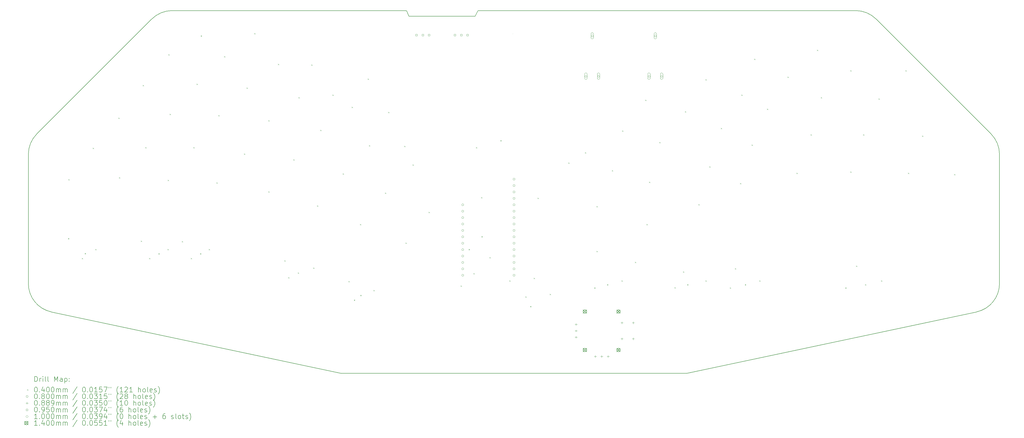
<source format=gbr>
%TF.GenerationSoftware,KiCad,Pcbnew,7.0.10-148-g62bb553460*%
%TF.CreationDate,2024-03-27T23:53:06+01:00*%
%TF.ProjectId,bandoneon,62616e64-6f6e-4656-9f6e-2e6b69636164,rev?*%
%TF.SameCoordinates,Original*%
%TF.FileFunction,Drillmap*%
%TF.FilePolarity,Positive*%
%FSLAX45Y45*%
G04 Gerber Fmt 4.5, Leading zero omitted, Abs format (unit mm)*
G04 Created by KiCad (PCBNEW 7.0.10-148-g62bb553460) date 2024-03-27 23:53:06*
%MOMM*%
%LPD*%
G01*
G04 APERTURE LIST*
%ADD10C,0.200000*%
%ADD11C,0.100000*%
%ADD12C,0.140000*%
G04 APERTURE END LIST*
D10*
X11804827Y-22300258D02*
X11804827Y-17180357D01*
X36172888Y-11478374D02*
X37127112Y-11478374D01*
X49380272Y-23425127D02*
X37910982Y-25863000D01*
X12141652Y-16367183D02*
G75*
G03*
X11804827Y-17180357I813188J-813177D01*
G01*
X29510000Y-11700000D02*
X26890000Y-11700000D01*
X12141654Y-16367184D02*
X16693637Y-11815201D01*
X24185018Y-25863000D02*
X12715728Y-23425127D01*
D11*
X31000000Y-12400000D02*
X31000000Y-12400000D01*
D10*
X37127112Y-11478374D02*
X44589190Y-11478374D01*
X17506810Y-11478373D02*
G75*
G03*
X16693637Y-11815201I0J-1149997D01*
G01*
X33672888Y-11478374D02*
X34627112Y-11478374D01*
X37910982Y-25863000D02*
X24185018Y-25863000D01*
X29620000Y-11478374D02*
X33672888Y-11478374D01*
X50291173Y-17180357D02*
X50291173Y-22300258D01*
X17506810Y-11478374D02*
X26790000Y-11478374D01*
X45402362Y-11815201D02*
X49954346Y-16367184D01*
X11804830Y-22300258D02*
G75*
G03*
X12715728Y-23425127I1150010J8D01*
G01*
X29510000Y-11700000D02*
X29620000Y-11478374D01*
X50291174Y-17180357D02*
G75*
G03*
X49954346Y-16367184I-1150004J-3D01*
G01*
X45402364Y-11815199D02*
G75*
G03*
X44589190Y-11478374I-813174J-813181D01*
G01*
X49380271Y-23425124D02*
G75*
G03*
X50291173Y-22300258I-239091J1124864D01*
G01*
X34627112Y-11478374D02*
X36172888Y-11478374D01*
X26890000Y-11700000D02*
X26790000Y-11478374D01*
D11*
X13378500Y-20503200D02*
X13418500Y-20543200D01*
X13418500Y-20503200D02*
X13378500Y-20543200D01*
X13391200Y-18166400D02*
X13431200Y-18206400D01*
X13431200Y-18166400D02*
X13391200Y-18206400D01*
X13924600Y-21290600D02*
X13964600Y-21330600D01*
X13964600Y-21290600D02*
X13924600Y-21330600D01*
X14038900Y-21093750D02*
X14078900Y-21133750D01*
X14078900Y-21093750D02*
X14038900Y-21133750D01*
X14356400Y-16921800D02*
X14396400Y-16961800D01*
X14396400Y-16921800D02*
X14356400Y-16961800D01*
X14458000Y-20935000D02*
X14498000Y-20975000D01*
X14498000Y-20935000D02*
X14458000Y-20975000D01*
X15372400Y-15728000D02*
X15412400Y-15768000D01*
X15412400Y-15728000D02*
X15372400Y-15768000D01*
X15397800Y-18090200D02*
X15437800Y-18130200D01*
X15437800Y-18090200D02*
X15397800Y-18130200D01*
X16261400Y-20604800D02*
X16301400Y-20644800D01*
X16301400Y-20604800D02*
X16261400Y-20644800D01*
X16337600Y-14432600D02*
X16377600Y-14472600D01*
X16377600Y-14432600D02*
X16337600Y-14472600D01*
X16439200Y-16896400D02*
X16479200Y-16936400D01*
X16479200Y-16896400D02*
X16439200Y-16936400D01*
X16591600Y-21290600D02*
X16631600Y-21330600D01*
X16631600Y-21290600D02*
X16591600Y-21330600D01*
X16959900Y-21100100D02*
X16999900Y-21140100D01*
X16999900Y-21100100D02*
X16959900Y-21140100D01*
X17319205Y-20935000D02*
X17359205Y-20975000D01*
X17359205Y-20935000D02*
X17319205Y-20975000D01*
X17328200Y-18191800D02*
X17368200Y-18231800D01*
X17368200Y-18191800D02*
X17328200Y-18231800D01*
X17353600Y-13213400D02*
X17393600Y-13253400D01*
X17393600Y-13213400D02*
X17353600Y-13253400D01*
X17404400Y-15575600D02*
X17444400Y-15615600D01*
X17444400Y-15575600D02*
X17404400Y-15615600D01*
X17887000Y-20617500D02*
X17927000Y-20657500D01*
X17927000Y-20617500D02*
X17887000Y-20657500D01*
X18242600Y-21290600D02*
X18282600Y-21330600D01*
X18282600Y-21290600D02*
X18242600Y-21330600D01*
X18344200Y-16896400D02*
X18384200Y-16936400D01*
X18384200Y-16896400D02*
X18344200Y-16936400D01*
X18471200Y-14381800D02*
X18511200Y-14421800D01*
X18511200Y-14381800D02*
X18471200Y-14421800D01*
X18610900Y-21100100D02*
X18650900Y-21140100D01*
X18650900Y-21100100D02*
X18610900Y-21140100D01*
X18636300Y-12464100D02*
X18676300Y-12504100D01*
X18676300Y-12464100D02*
X18636300Y-12504100D01*
X18955576Y-20935000D02*
X18995576Y-20975000D01*
X18995576Y-20935000D02*
X18955576Y-20975000D01*
X19258600Y-18293400D02*
X19298600Y-18333400D01*
X19298600Y-18293400D02*
X19258600Y-18333400D01*
X19334800Y-15626400D02*
X19374800Y-15666400D01*
X19374800Y-15626400D02*
X19334800Y-15666400D01*
X19563400Y-13289600D02*
X19603400Y-13329600D01*
X19603400Y-13289600D02*
X19563400Y-13329600D01*
X20350800Y-17150400D02*
X20390800Y-17190400D01*
X20390800Y-17150400D02*
X20350800Y-17190400D01*
X20452400Y-14534200D02*
X20492400Y-14574200D01*
X20492400Y-14534200D02*
X20452400Y-14574200D01*
X20757200Y-12375200D02*
X20797200Y-12415200D01*
X20797200Y-12375200D02*
X20757200Y-12415200D01*
X21316000Y-15829600D02*
X21356000Y-15869600D01*
X21356000Y-15829600D02*
X21316000Y-15869600D01*
X21316000Y-18649000D02*
X21356000Y-18689000D01*
X21356000Y-18649000D02*
X21316000Y-18689000D01*
X21697000Y-13594400D02*
X21737000Y-13634400D01*
X21737000Y-13594400D02*
X21697000Y-13634400D01*
X21951000Y-21379500D02*
X21991000Y-21419500D01*
X21991000Y-21379500D02*
X21951000Y-21419500D01*
X22103400Y-22052600D02*
X22143400Y-22092600D01*
X22143400Y-22052600D02*
X22103400Y-22092600D01*
X22306600Y-17379000D02*
X22346600Y-17419000D01*
X22346600Y-17379000D02*
X22306600Y-17419000D01*
X22484400Y-21862100D02*
X22524400Y-21902100D01*
X22524400Y-21862100D02*
X22484400Y-21902100D01*
X22509800Y-14915200D02*
X22549800Y-14955200D01*
X22549800Y-14915200D02*
X22509800Y-14955200D01*
X23017800Y-13619800D02*
X23057800Y-13659800D01*
X23057800Y-13619800D02*
X23017800Y-13659800D01*
X23094000Y-21671600D02*
X23134000Y-21711600D01*
X23134000Y-21671600D02*
X23094000Y-21711600D01*
X23246400Y-19207800D02*
X23286400Y-19247800D01*
X23286400Y-19207800D02*
X23246400Y-19247800D01*
X23373400Y-16210600D02*
X23413400Y-16250600D01*
X23413400Y-16210600D02*
X23373400Y-16250600D01*
X23856000Y-14813600D02*
X23896000Y-14853600D01*
X23896000Y-14813600D02*
X23856000Y-14853600D01*
X24262400Y-17937800D02*
X24302400Y-17977800D01*
X24302400Y-17937800D02*
X24262400Y-17977800D01*
X24491000Y-22205000D02*
X24531000Y-22245000D01*
X24531000Y-22205000D02*
X24491000Y-22245000D01*
X24618000Y-15296200D02*
X24658000Y-15336200D01*
X24658000Y-15296200D02*
X24618000Y-15336200D01*
X24706900Y-22941600D02*
X24746900Y-22981600D01*
X24746900Y-22941600D02*
X24706900Y-22981600D01*
X24948200Y-19944400D02*
X24988200Y-19984400D01*
X24988200Y-19944400D02*
X24948200Y-19984400D01*
X24960900Y-22751100D02*
X25000900Y-22791100D01*
X25000900Y-22751100D02*
X24960900Y-22791100D01*
X25253000Y-14178600D02*
X25293000Y-14218600D01*
X25293000Y-14178600D02*
X25253000Y-14218600D01*
X25303800Y-16820200D02*
X25343800Y-16860200D01*
X25343800Y-16820200D02*
X25303800Y-16860200D01*
X25481600Y-22560600D02*
X25521600Y-22600600D01*
X25521600Y-22560600D02*
X25481600Y-22600600D01*
X25938800Y-18699800D02*
X25978800Y-18739800D01*
X25978800Y-18699800D02*
X25938800Y-18739800D01*
X26065800Y-15499400D02*
X26105800Y-15539400D01*
X26105800Y-15499400D02*
X26065800Y-15539400D01*
X26700800Y-16845600D02*
X26740800Y-16885600D01*
X26740800Y-16845600D02*
X26700800Y-16885600D01*
X26751600Y-20681000D02*
X26791600Y-20721000D01*
X26791600Y-20681000D02*
X26751600Y-20721000D01*
X27031000Y-17582200D02*
X27071000Y-17622200D01*
X27071000Y-17582200D02*
X27031000Y-17622200D01*
X27666000Y-19461800D02*
X27706000Y-19501800D01*
X27706000Y-19461800D02*
X27666000Y-19501800D01*
X28936000Y-22382800D02*
X28976000Y-22422800D01*
X28976000Y-22382800D02*
X28936000Y-22422800D01*
X29253500Y-20935000D02*
X29293500Y-20975000D01*
X29293500Y-20935000D02*
X29253500Y-20975000D01*
X29444000Y-21887500D02*
X29484000Y-21927500D01*
X29484000Y-21887500D02*
X29444000Y-21927500D01*
X29545600Y-16896400D02*
X29585600Y-16936400D01*
X29585600Y-16896400D02*
X29545600Y-16936400D01*
X29748800Y-18877600D02*
X29788800Y-18917600D01*
X29788800Y-18877600D02*
X29748800Y-18917600D01*
X29761500Y-20427000D02*
X29801500Y-20467000D01*
X29801500Y-20427000D02*
X29761500Y-20467000D01*
X30079000Y-21252500D02*
X30119000Y-21292500D01*
X30119000Y-21252500D02*
X30079000Y-21292500D01*
X30510800Y-16618541D02*
X30550800Y-16658541D01*
X30550800Y-16618541D02*
X30510800Y-16658541D01*
X30866400Y-22179600D02*
X30906400Y-22219600D01*
X30906400Y-22179600D02*
X30866400Y-22219600D01*
X31501400Y-22814600D02*
X31541400Y-22854600D01*
X31541400Y-22814600D02*
X31501400Y-22854600D01*
X31691900Y-23195600D02*
X31731900Y-23235600D01*
X31731900Y-23195600D02*
X31691900Y-23235600D01*
X31831600Y-22078000D02*
X31871600Y-22118000D01*
X31871600Y-22078000D02*
X31831600Y-22118000D01*
X31984000Y-18903000D02*
X32024000Y-18943000D01*
X32024000Y-18903000D02*
X31984000Y-18943000D01*
X32466600Y-22713000D02*
X32506600Y-22753000D01*
X32506600Y-22713000D02*
X32466600Y-22753000D01*
X33203200Y-17506000D02*
X33243200Y-17546000D01*
X33243200Y-17506000D02*
X33203200Y-17546000D01*
X33863600Y-17099600D02*
X33903600Y-17139600D01*
X33903600Y-17099600D02*
X33863600Y-17139600D01*
X34231900Y-22459000D02*
X34271900Y-22499000D01*
X34271900Y-22459000D02*
X34231900Y-22499000D01*
X34320800Y-19233200D02*
X34360800Y-19273200D01*
X34360800Y-19233200D02*
X34320800Y-19273200D01*
X34320800Y-21011200D02*
X34360800Y-21051200D01*
X34360800Y-21011200D02*
X34320800Y-21051200D01*
X34739900Y-22332000D02*
X34779900Y-22372000D01*
X34779900Y-22332000D02*
X34739900Y-22372000D01*
X34930400Y-17810800D02*
X34970400Y-17850800D01*
X34970400Y-17810800D02*
X34930400Y-17850800D01*
X35311400Y-22179600D02*
X35351400Y-22219600D01*
X35351400Y-22179600D02*
X35311400Y-22219600D01*
X35336800Y-16236000D02*
X35376800Y-16276000D01*
X35376800Y-16236000D02*
X35336800Y-16276000D01*
X35844800Y-21443000D02*
X35884800Y-21483000D01*
X35884800Y-21443000D02*
X35844800Y-21483000D01*
X36251200Y-15016800D02*
X36291200Y-15056800D01*
X36291200Y-15016800D02*
X36251200Y-15056800D01*
X36302000Y-19944400D02*
X36342000Y-19984400D01*
X36342000Y-19944400D02*
X36302000Y-19984400D01*
X36403600Y-18268000D02*
X36443600Y-18308000D01*
X36443600Y-18268000D02*
X36403600Y-18308000D01*
X36810000Y-16693200D02*
X36850000Y-16733200D01*
X36850000Y-16693200D02*
X36810000Y-16733200D01*
X37411397Y-22450797D02*
X37451397Y-22490797D01*
X37451397Y-22450797D02*
X37411397Y-22490797D01*
X37749800Y-21824000D02*
X37789800Y-21864000D01*
X37789800Y-21824000D02*
X37749800Y-21864000D01*
X37826000Y-15474000D02*
X37866000Y-15514000D01*
X37866000Y-15474000D02*
X37826000Y-15514000D01*
X37914900Y-22332000D02*
X37954900Y-22372000D01*
X37954900Y-22332000D02*
X37914900Y-22372000D01*
X38359400Y-19157000D02*
X38399400Y-19197000D01*
X38399400Y-19157000D02*
X38359400Y-19197000D01*
X38638800Y-14204000D02*
X38678800Y-14244000D01*
X38678800Y-14204000D02*
X38638800Y-14244000D01*
X38638800Y-22179600D02*
X38678800Y-22219600D01*
X38678800Y-22179600D02*
X38638800Y-22219600D01*
X38791200Y-17658400D02*
X38831200Y-17698400D01*
X38831200Y-17658400D02*
X38791200Y-17698400D01*
X39248400Y-16134400D02*
X39288400Y-16174400D01*
X39288400Y-16134400D02*
X39248400Y-16174400D01*
X39604000Y-22459000D02*
X39644000Y-22499000D01*
X39644000Y-22459000D02*
X39604000Y-22499000D01*
X39807200Y-21697000D02*
X39847200Y-21737000D01*
X39847200Y-21697000D02*
X39807200Y-21737000D01*
X40010400Y-18318800D02*
X40050400Y-18358800D01*
X40050400Y-18318800D02*
X40010400Y-18358800D01*
X40061200Y-14813600D02*
X40101200Y-14853600D01*
X40101200Y-14813600D02*
X40061200Y-14853600D01*
X40200900Y-22332000D02*
X40240900Y-22372000D01*
X40240900Y-22332000D02*
X40200900Y-22372000D01*
X40467600Y-16794800D02*
X40507600Y-16834800D01*
X40507600Y-16794800D02*
X40467600Y-16834800D01*
X40569200Y-13391200D02*
X40609200Y-13431200D01*
X40609200Y-13391200D02*
X40569200Y-13431200D01*
X40772400Y-22179600D02*
X40812400Y-22219600D01*
X40812400Y-22179600D02*
X40772400Y-22219600D01*
X41077200Y-15372400D02*
X41117200Y-15412400D01*
X41117200Y-15372400D02*
X41077200Y-15412400D01*
X41890000Y-14102400D02*
X41930000Y-14142400D01*
X41930000Y-14102400D02*
X41890000Y-14142400D01*
X42245600Y-17912400D02*
X42285600Y-17952400D01*
X42285600Y-17912400D02*
X42245600Y-17952400D01*
X42804400Y-16388400D02*
X42844400Y-16428400D01*
X42844400Y-16388400D02*
X42804400Y-16428400D01*
X43058400Y-13035600D02*
X43098400Y-13075600D01*
X43098400Y-13035600D02*
X43058400Y-13075600D01*
X43210800Y-14915200D02*
X43250800Y-14955200D01*
X43250800Y-14915200D02*
X43210800Y-14955200D01*
X44180000Y-22459000D02*
X44220000Y-22499000D01*
X44220000Y-22459000D02*
X44180000Y-22499000D01*
X44379200Y-13848400D02*
X44419200Y-13888400D01*
X44419200Y-13848400D02*
X44379200Y-13888400D01*
X44379200Y-17861600D02*
X44419200Y-17901600D01*
X44419200Y-17861600D02*
X44379200Y-17901600D01*
X44607800Y-21595400D02*
X44647800Y-21635400D01*
X44647800Y-21595400D02*
X44607800Y-21635400D01*
X44887200Y-16388400D02*
X44927200Y-16428400D01*
X44927200Y-16388400D02*
X44887200Y-16428400D01*
X44963400Y-22332000D02*
X45003400Y-22372000D01*
X45003400Y-22332000D02*
X44963400Y-22372000D01*
X45496800Y-14966000D02*
X45536800Y-15006000D01*
X45536800Y-14966000D02*
X45496800Y-15006000D01*
X45598400Y-22179600D02*
X45638400Y-22219600D01*
X45638400Y-22179600D02*
X45598400Y-22219600D01*
X46563600Y-13848400D02*
X46603600Y-13888400D01*
X46603600Y-13848400D02*
X46563600Y-13888400D01*
X46665200Y-17912400D02*
X46705200Y-17952400D01*
X46705200Y-17912400D02*
X46665200Y-17952400D01*
X47224000Y-16439200D02*
X47264000Y-16479200D01*
X47264000Y-16439200D02*
X47224000Y-16479200D01*
X48494000Y-17963200D02*
X48534000Y-18003200D01*
X48534000Y-17963200D02*
X48494000Y-18003200D01*
X29059500Y-19177000D02*
G75*
G03*
X28979500Y-19177000I-40000J0D01*
G01*
X28979500Y-19177000D02*
G75*
G03*
X29059500Y-19177000I40000J0D01*
G01*
X29059500Y-19431000D02*
G75*
G03*
X28979500Y-19431000I-40000J0D01*
G01*
X28979500Y-19431000D02*
G75*
G03*
X29059500Y-19431000I40000J0D01*
G01*
X29059500Y-19685000D02*
G75*
G03*
X28979500Y-19685000I-40000J0D01*
G01*
X28979500Y-19685000D02*
G75*
G03*
X29059500Y-19685000I40000J0D01*
G01*
X29059500Y-19939000D02*
G75*
G03*
X28979500Y-19939000I-40000J0D01*
G01*
X28979500Y-19939000D02*
G75*
G03*
X29059500Y-19939000I40000J0D01*
G01*
X29059500Y-20193000D02*
G75*
G03*
X28979500Y-20193000I-40000J0D01*
G01*
X28979500Y-20193000D02*
G75*
G03*
X29059500Y-20193000I40000J0D01*
G01*
X29059500Y-20447000D02*
G75*
G03*
X28979500Y-20447000I-40000J0D01*
G01*
X28979500Y-20447000D02*
G75*
G03*
X29059500Y-20447000I40000J0D01*
G01*
X29059500Y-20701000D02*
G75*
G03*
X28979500Y-20701000I-40000J0D01*
G01*
X28979500Y-20701000D02*
G75*
G03*
X29059500Y-20701000I40000J0D01*
G01*
X29059500Y-20955000D02*
G75*
G03*
X28979500Y-20955000I-40000J0D01*
G01*
X28979500Y-20955000D02*
G75*
G03*
X29059500Y-20955000I40000J0D01*
G01*
X29059500Y-21209000D02*
G75*
G03*
X28979500Y-21209000I-40000J0D01*
G01*
X28979500Y-21209000D02*
G75*
G03*
X29059500Y-21209000I40000J0D01*
G01*
X29059500Y-21463000D02*
G75*
G03*
X28979500Y-21463000I-40000J0D01*
G01*
X28979500Y-21463000D02*
G75*
G03*
X29059500Y-21463000I40000J0D01*
G01*
X29059500Y-21717000D02*
G75*
G03*
X28979500Y-21717000I-40000J0D01*
G01*
X28979500Y-21717000D02*
G75*
G03*
X29059500Y-21717000I40000J0D01*
G01*
X29059500Y-21971000D02*
G75*
G03*
X28979500Y-21971000I-40000J0D01*
G01*
X28979500Y-21971000D02*
G75*
G03*
X29059500Y-21971000I40000J0D01*
G01*
X31091500Y-18161000D02*
G75*
G03*
X31011500Y-18161000I-40000J0D01*
G01*
X31011500Y-18161000D02*
G75*
G03*
X31091500Y-18161000I40000J0D01*
G01*
X31091500Y-18415000D02*
G75*
G03*
X31011500Y-18415000I-40000J0D01*
G01*
X31011500Y-18415000D02*
G75*
G03*
X31091500Y-18415000I40000J0D01*
G01*
X31091500Y-18669000D02*
G75*
G03*
X31011500Y-18669000I-40000J0D01*
G01*
X31011500Y-18669000D02*
G75*
G03*
X31091500Y-18669000I40000J0D01*
G01*
X31091500Y-18923000D02*
G75*
G03*
X31011500Y-18923000I-40000J0D01*
G01*
X31011500Y-18923000D02*
G75*
G03*
X31091500Y-18923000I40000J0D01*
G01*
X31091500Y-19177000D02*
G75*
G03*
X31011500Y-19177000I-40000J0D01*
G01*
X31011500Y-19177000D02*
G75*
G03*
X31091500Y-19177000I40000J0D01*
G01*
X31091500Y-19431000D02*
G75*
G03*
X31011500Y-19431000I-40000J0D01*
G01*
X31011500Y-19431000D02*
G75*
G03*
X31091500Y-19431000I40000J0D01*
G01*
X31091500Y-19685000D02*
G75*
G03*
X31011500Y-19685000I-40000J0D01*
G01*
X31011500Y-19685000D02*
G75*
G03*
X31091500Y-19685000I40000J0D01*
G01*
X31091500Y-19939000D02*
G75*
G03*
X31011500Y-19939000I-40000J0D01*
G01*
X31011500Y-19939000D02*
G75*
G03*
X31091500Y-19939000I40000J0D01*
G01*
X31091500Y-20193000D02*
G75*
G03*
X31011500Y-20193000I-40000J0D01*
G01*
X31011500Y-20193000D02*
G75*
G03*
X31091500Y-20193000I40000J0D01*
G01*
X31091500Y-20447000D02*
G75*
G03*
X31011500Y-20447000I-40000J0D01*
G01*
X31011500Y-20447000D02*
G75*
G03*
X31091500Y-20447000I40000J0D01*
G01*
X31091500Y-20701000D02*
G75*
G03*
X31011500Y-20701000I-40000J0D01*
G01*
X31011500Y-20701000D02*
G75*
G03*
X31091500Y-20701000I40000J0D01*
G01*
X31091500Y-20955000D02*
G75*
G03*
X31011500Y-20955000I-40000J0D01*
G01*
X31011500Y-20955000D02*
G75*
G03*
X31091500Y-20955000I40000J0D01*
G01*
X31091500Y-21209000D02*
G75*
G03*
X31011500Y-21209000I-40000J0D01*
G01*
X31011500Y-21209000D02*
G75*
G03*
X31091500Y-21209000I40000J0D01*
G01*
X31091500Y-21463000D02*
G75*
G03*
X31011500Y-21463000I-40000J0D01*
G01*
X31011500Y-21463000D02*
G75*
G03*
X31091500Y-21463000I40000J0D01*
G01*
X31091500Y-21717000D02*
G75*
G03*
X31011500Y-21717000I-40000J0D01*
G01*
X31011500Y-21717000D02*
G75*
G03*
X31091500Y-21717000I40000J0D01*
G01*
X31091500Y-21971000D02*
G75*
G03*
X31011500Y-21971000I-40000J0D01*
G01*
X31011500Y-21971000D02*
G75*
G03*
X31091500Y-21971000I40000J0D01*
G01*
X33510500Y-23874050D02*
X33510500Y-23962950D01*
X33466050Y-23918500D02*
X33554950Y-23918500D01*
X33510500Y-24128050D02*
X33510500Y-24216950D01*
X33466050Y-24172500D02*
X33554950Y-24172500D01*
X33510500Y-24382050D02*
X33510500Y-24470950D01*
X33466050Y-24426500D02*
X33554950Y-24426500D01*
X34272500Y-25144050D02*
X34272500Y-25232950D01*
X34228050Y-25188500D02*
X34316950Y-25188500D01*
X34526500Y-25144050D02*
X34526500Y-25232950D01*
X34482050Y-25188500D02*
X34570950Y-25188500D01*
X34780500Y-25144050D02*
X34780500Y-25232950D01*
X34736050Y-25188500D02*
X34824950Y-25188500D01*
X35326600Y-23810550D02*
X35326600Y-23899450D01*
X35282150Y-23855000D02*
X35371050Y-23855000D01*
X35326600Y-24445550D02*
X35326600Y-24534450D01*
X35282150Y-24490000D02*
X35371050Y-24490000D01*
X35776600Y-23810550D02*
X35776600Y-23899450D01*
X35732150Y-23855000D02*
X35821050Y-23855000D01*
X35776600Y-24445550D02*
X35776600Y-24534450D01*
X35732150Y-24490000D02*
X35821050Y-24490000D01*
X27219588Y-12479588D02*
X27219588Y-12412412D01*
X27152412Y-12412412D01*
X27152412Y-12479588D01*
X27219588Y-12479588D01*
X27469588Y-12479588D02*
X27469588Y-12412412D01*
X27402412Y-12412412D01*
X27402412Y-12479588D01*
X27469588Y-12479588D01*
X27719588Y-12479588D02*
X27719588Y-12412412D01*
X27652412Y-12412412D01*
X27652412Y-12479588D01*
X27719588Y-12479588D01*
X28743588Y-12479588D02*
X28743588Y-12412412D01*
X28676412Y-12412412D01*
X28676412Y-12479588D01*
X28743588Y-12479588D01*
X28993588Y-12479588D02*
X28993588Y-12412412D01*
X28926412Y-12412412D01*
X28926412Y-12479588D01*
X28993588Y-12479588D01*
X29243588Y-12479588D02*
X29243588Y-12412412D01*
X29176412Y-12412412D01*
X29176412Y-12479588D01*
X29243588Y-12479588D01*
X33900000Y-14128000D02*
X33950000Y-14078000D01*
X33900000Y-14028000D01*
X33850000Y-14078000D01*
X33900000Y-14128000D01*
X33950000Y-14158000D02*
X33950000Y-13998000D01*
X33950000Y-13998000D02*
G75*
G03*
X33850000Y-13998000I-50000J0D01*
G01*
X33850000Y-13998000D02*
X33850000Y-14158000D01*
X33850000Y-14158000D02*
G75*
G03*
X33950000Y-14158000I50000J0D01*
G01*
X34150000Y-12528000D02*
X34200000Y-12478000D01*
X34150000Y-12428000D01*
X34100000Y-12478000D01*
X34150000Y-12528000D01*
X34200000Y-12553000D02*
X34200000Y-12403000D01*
X34200000Y-12403000D02*
G75*
G03*
X34100000Y-12403000I-50000J0D01*
G01*
X34100000Y-12403000D02*
X34100000Y-12553000D01*
X34100000Y-12553000D02*
G75*
G03*
X34200000Y-12553000I50000J0D01*
G01*
X34400000Y-14128000D02*
X34450000Y-14078000D01*
X34400000Y-14028000D01*
X34350000Y-14078000D01*
X34400000Y-14128000D01*
X34450000Y-14158000D02*
X34450000Y-13998000D01*
X34450000Y-13998000D02*
G75*
G03*
X34350000Y-13998000I-50000J0D01*
G01*
X34350000Y-13998000D02*
X34350000Y-14158000D01*
X34350000Y-14158000D02*
G75*
G03*
X34450000Y-14158000I50000J0D01*
G01*
X36400000Y-14128000D02*
X36450000Y-14078000D01*
X36400000Y-14028000D01*
X36350000Y-14078000D01*
X36400000Y-14128000D01*
X36450000Y-14158000D02*
X36450000Y-13998000D01*
X36450000Y-13998000D02*
G75*
G03*
X36350000Y-13998000I-50000J0D01*
G01*
X36350000Y-13998000D02*
X36350000Y-14158000D01*
X36350000Y-14158000D02*
G75*
G03*
X36450000Y-14158000I50000J0D01*
G01*
X36650000Y-12528000D02*
X36700000Y-12478000D01*
X36650000Y-12428000D01*
X36600000Y-12478000D01*
X36650000Y-12528000D01*
X36700000Y-12553000D02*
X36700000Y-12403000D01*
X36700000Y-12403000D02*
G75*
G03*
X36600000Y-12403000I-50000J0D01*
G01*
X36600000Y-12403000D02*
X36600000Y-12553000D01*
X36600000Y-12553000D02*
G75*
G03*
X36700000Y-12553000I50000J0D01*
G01*
X36900000Y-14128000D02*
X36950000Y-14078000D01*
X36900000Y-14028000D01*
X36850000Y-14078000D01*
X36900000Y-14128000D01*
X36950000Y-14158000D02*
X36950000Y-13998000D01*
X36950000Y-13998000D02*
G75*
G03*
X36850000Y-13998000I-50000J0D01*
G01*
X36850000Y-13998000D02*
X36850000Y-14158000D01*
X36850000Y-14158000D02*
G75*
G03*
X36950000Y-14158000I50000J0D01*
G01*
D12*
X33789700Y-23340500D02*
X33929700Y-23480500D01*
X33929700Y-23340500D02*
X33789700Y-23480500D01*
X33929700Y-23410500D02*
G75*
G03*
X33789700Y-23410500I-70000J0D01*
G01*
X33789700Y-23410500D02*
G75*
G03*
X33929700Y-23410500I70000J0D01*
G01*
X33789700Y-24864500D02*
X33929700Y-25004500D01*
X33929700Y-24864500D02*
X33789700Y-25004500D01*
X33929700Y-24934500D02*
G75*
G03*
X33789700Y-24934500I-70000J0D01*
G01*
X33789700Y-24934500D02*
G75*
G03*
X33929700Y-24934500I70000J0D01*
G01*
X35123300Y-23340500D02*
X35263300Y-23480500D01*
X35263300Y-23340500D02*
X35123300Y-23480500D01*
X35263300Y-23410500D02*
G75*
G03*
X35123300Y-23410500I-70000J0D01*
G01*
X35123300Y-23410500D02*
G75*
G03*
X35263300Y-23410500I70000J0D01*
G01*
X35123300Y-24864500D02*
X35263300Y-25004500D01*
X35263300Y-24864500D02*
X35123300Y-25004500D01*
X35263300Y-24934500D02*
G75*
G03*
X35123300Y-24934500I-70000J0D01*
G01*
X35123300Y-24934500D02*
G75*
G03*
X35263300Y-24934500I70000J0D01*
G01*
D10*
X12055603Y-26184484D02*
X12055603Y-25984484D01*
X12055603Y-25984484D02*
X12103222Y-25984484D01*
X12103222Y-25984484D02*
X12131794Y-25994008D01*
X12131794Y-25994008D02*
X12150842Y-26013055D01*
X12150842Y-26013055D02*
X12160365Y-26032103D01*
X12160365Y-26032103D02*
X12169889Y-26070198D01*
X12169889Y-26070198D02*
X12169889Y-26098769D01*
X12169889Y-26098769D02*
X12160365Y-26136865D01*
X12160365Y-26136865D02*
X12150842Y-26155912D01*
X12150842Y-26155912D02*
X12131794Y-26174960D01*
X12131794Y-26174960D02*
X12103222Y-26184484D01*
X12103222Y-26184484D02*
X12055603Y-26184484D01*
X12255603Y-26184484D02*
X12255603Y-26051150D01*
X12255603Y-26089246D02*
X12265127Y-26070198D01*
X12265127Y-26070198D02*
X12274651Y-26060674D01*
X12274651Y-26060674D02*
X12293699Y-26051150D01*
X12293699Y-26051150D02*
X12312746Y-26051150D01*
X12379413Y-26184484D02*
X12379413Y-26051150D01*
X12379413Y-25984484D02*
X12369889Y-25994008D01*
X12369889Y-25994008D02*
X12379413Y-26003531D01*
X12379413Y-26003531D02*
X12388937Y-25994008D01*
X12388937Y-25994008D02*
X12379413Y-25984484D01*
X12379413Y-25984484D02*
X12379413Y-26003531D01*
X12503222Y-26184484D02*
X12484175Y-26174960D01*
X12484175Y-26174960D02*
X12474651Y-26155912D01*
X12474651Y-26155912D02*
X12474651Y-25984484D01*
X12607984Y-26184484D02*
X12588937Y-26174960D01*
X12588937Y-26174960D02*
X12579413Y-26155912D01*
X12579413Y-26155912D02*
X12579413Y-25984484D01*
X12836556Y-26184484D02*
X12836556Y-25984484D01*
X12836556Y-25984484D02*
X12903223Y-26127341D01*
X12903223Y-26127341D02*
X12969889Y-25984484D01*
X12969889Y-25984484D02*
X12969889Y-26184484D01*
X13150842Y-26184484D02*
X13150842Y-26079722D01*
X13150842Y-26079722D02*
X13141318Y-26060674D01*
X13141318Y-26060674D02*
X13122270Y-26051150D01*
X13122270Y-26051150D02*
X13084175Y-26051150D01*
X13084175Y-26051150D02*
X13065127Y-26060674D01*
X13150842Y-26174960D02*
X13131794Y-26184484D01*
X13131794Y-26184484D02*
X13084175Y-26184484D01*
X13084175Y-26184484D02*
X13065127Y-26174960D01*
X13065127Y-26174960D02*
X13055603Y-26155912D01*
X13055603Y-26155912D02*
X13055603Y-26136865D01*
X13055603Y-26136865D02*
X13065127Y-26117817D01*
X13065127Y-26117817D02*
X13084175Y-26108293D01*
X13084175Y-26108293D02*
X13131794Y-26108293D01*
X13131794Y-26108293D02*
X13150842Y-26098769D01*
X13246080Y-26051150D02*
X13246080Y-26251150D01*
X13246080Y-26060674D02*
X13265127Y-26051150D01*
X13265127Y-26051150D02*
X13303223Y-26051150D01*
X13303223Y-26051150D02*
X13322270Y-26060674D01*
X13322270Y-26060674D02*
X13331794Y-26070198D01*
X13331794Y-26070198D02*
X13341318Y-26089246D01*
X13341318Y-26089246D02*
X13341318Y-26146388D01*
X13341318Y-26146388D02*
X13331794Y-26165436D01*
X13331794Y-26165436D02*
X13322270Y-26174960D01*
X13322270Y-26174960D02*
X13303223Y-26184484D01*
X13303223Y-26184484D02*
X13265127Y-26184484D01*
X13265127Y-26184484D02*
X13246080Y-26174960D01*
X13427032Y-26165436D02*
X13436556Y-26174960D01*
X13436556Y-26174960D02*
X13427032Y-26184484D01*
X13427032Y-26184484D02*
X13417508Y-26174960D01*
X13417508Y-26174960D02*
X13427032Y-26165436D01*
X13427032Y-26165436D02*
X13427032Y-26184484D01*
X13427032Y-26060674D02*
X13436556Y-26070198D01*
X13436556Y-26070198D02*
X13427032Y-26079722D01*
X13427032Y-26079722D02*
X13417508Y-26070198D01*
X13417508Y-26070198D02*
X13427032Y-26060674D01*
X13427032Y-26060674D02*
X13427032Y-26079722D01*
D11*
X11754827Y-26493000D02*
X11794827Y-26533000D01*
X11794827Y-26493000D02*
X11754827Y-26533000D01*
D10*
X12093699Y-26404484D02*
X12112746Y-26404484D01*
X12112746Y-26404484D02*
X12131794Y-26414008D01*
X12131794Y-26414008D02*
X12141318Y-26423531D01*
X12141318Y-26423531D02*
X12150842Y-26442579D01*
X12150842Y-26442579D02*
X12160365Y-26480674D01*
X12160365Y-26480674D02*
X12160365Y-26528293D01*
X12160365Y-26528293D02*
X12150842Y-26566388D01*
X12150842Y-26566388D02*
X12141318Y-26585436D01*
X12141318Y-26585436D02*
X12131794Y-26594960D01*
X12131794Y-26594960D02*
X12112746Y-26604484D01*
X12112746Y-26604484D02*
X12093699Y-26604484D01*
X12093699Y-26604484D02*
X12074651Y-26594960D01*
X12074651Y-26594960D02*
X12065127Y-26585436D01*
X12065127Y-26585436D02*
X12055603Y-26566388D01*
X12055603Y-26566388D02*
X12046080Y-26528293D01*
X12046080Y-26528293D02*
X12046080Y-26480674D01*
X12046080Y-26480674D02*
X12055603Y-26442579D01*
X12055603Y-26442579D02*
X12065127Y-26423531D01*
X12065127Y-26423531D02*
X12074651Y-26414008D01*
X12074651Y-26414008D02*
X12093699Y-26404484D01*
X12246080Y-26585436D02*
X12255603Y-26594960D01*
X12255603Y-26594960D02*
X12246080Y-26604484D01*
X12246080Y-26604484D02*
X12236556Y-26594960D01*
X12236556Y-26594960D02*
X12246080Y-26585436D01*
X12246080Y-26585436D02*
X12246080Y-26604484D01*
X12427032Y-26471150D02*
X12427032Y-26604484D01*
X12379413Y-26394960D02*
X12331794Y-26537817D01*
X12331794Y-26537817D02*
X12455603Y-26537817D01*
X12569889Y-26404484D02*
X12588937Y-26404484D01*
X12588937Y-26404484D02*
X12607984Y-26414008D01*
X12607984Y-26414008D02*
X12617508Y-26423531D01*
X12617508Y-26423531D02*
X12627032Y-26442579D01*
X12627032Y-26442579D02*
X12636556Y-26480674D01*
X12636556Y-26480674D02*
X12636556Y-26528293D01*
X12636556Y-26528293D02*
X12627032Y-26566388D01*
X12627032Y-26566388D02*
X12617508Y-26585436D01*
X12617508Y-26585436D02*
X12607984Y-26594960D01*
X12607984Y-26594960D02*
X12588937Y-26604484D01*
X12588937Y-26604484D02*
X12569889Y-26604484D01*
X12569889Y-26604484D02*
X12550842Y-26594960D01*
X12550842Y-26594960D02*
X12541318Y-26585436D01*
X12541318Y-26585436D02*
X12531794Y-26566388D01*
X12531794Y-26566388D02*
X12522270Y-26528293D01*
X12522270Y-26528293D02*
X12522270Y-26480674D01*
X12522270Y-26480674D02*
X12531794Y-26442579D01*
X12531794Y-26442579D02*
X12541318Y-26423531D01*
X12541318Y-26423531D02*
X12550842Y-26414008D01*
X12550842Y-26414008D02*
X12569889Y-26404484D01*
X12760365Y-26404484D02*
X12779413Y-26404484D01*
X12779413Y-26404484D02*
X12798461Y-26414008D01*
X12798461Y-26414008D02*
X12807984Y-26423531D01*
X12807984Y-26423531D02*
X12817508Y-26442579D01*
X12817508Y-26442579D02*
X12827032Y-26480674D01*
X12827032Y-26480674D02*
X12827032Y-26528293D01*
X12827032Y-26528293D02*
X12817508Y-26566388D01*
X12817508Y-26566388D02*
X12807984Y-26585436D01*
X12807984Y-26585436D02*
X12798461Y-26594960D01*
X12798461Y-26594960D02*
X12779413Y-26604484D01*
X12779413Y-26604484D02*
X12760365Y-26604484D01*
X12760365Y-26604484D02*
X12741318Y-26594960D01*
X12741318Y-26594960D02*
X12731794Y-26585436D01*
X12731794Y-26585436D02*
X12722270Y-26566388D01*
X12722270Y-26566388D02*
X12712746Y-26528293D01*
X12712746Y-26528293D02*
X12712746Y-26480674D01*
X12712746Y-26480674D02*
X12722270Y-26442579D01*
X12722270Y-26442579D02*
X12731794Y-26423531D01*
X12731794Y-26423531D02*
X12741318Y-26414008D01*
X12741318Y-26414008D02*
X12760365Y-26404484D01*
X12912746Y-26604484D02*
X12912746Y-26471150D01*
X12912746Y-26490198D02*
X12922270Y-26480674D01*
X12922270Y-26480674D02*
X12941318Y-26471150D01*
X12941318Y-26471150D02*
X12969889Y-26471150D01*
X12969889Y-26471150D02*
X12988937Y-26480674D01*
X12988937Y-26480674D02*
X12998461Y-26499722D01*
X12998461Y-26499722D02*
X12998461Y-26604484D01*
X12998461Y-26499722D02*
X13007984Y-26480674D01*
X13007984Y-26480674D02*
X13027032Y-26471150D01*
X13027032Y-26471150D02*
X13055603Y-26471150D01*
X13055603Y-26471150D02*
X13074651Y-26480674D01*
X13074651Y-26480674D02*
X13084175Y-26499722D01*
X13084175Y-26499722D02*
X13084175Y-26604484D01*
X13179413Y-26604484D02*
X13179413Y-26471150D01*
X13179413Y-26490198D02*
X13188937Y-26480674D01*
X13188937Y-26480674D02*
X13207984Y-26471150D01*
X13207984Y-26471150D02*
X13236556Y-26471150D01*
X13236556Y-26471150D02*
X13255604Y-26480674D01*
X13255604Y-26480674D02*
X13265127Y-26499722D01*
X13265127Y-26499722D02*
X13265127Y-26604484D01*
X13265127Y-26499722D02*
X13274651Y-26480674D01*
X13274651Y-26480674D02*
X13293699Y-26471150D01*
X13293699Y-26471150D02*
X13322270Y-26471150D01*
X13322270Y-26471150D02*
X13341318Y-26480674D01*
X13341318Y-26480674D02*
X13350842Y-26499722D01*
X13350842Y-26499722D02*
X13350842Y-26604484D01*
X13741318Y-26394960D02*
X13569889Y-26652103D01*
X13998461Y-26404484D02*
X14017508Y-26404484D01*
X14017508Y-26404484D02*
X14036556Y-26414008D01*
X14036556Y-26414008D02*
X14046080Y-26423531D01*
X14046080Y-26423531D02*
X14055604Y-26442579D01*
X14055604Y-26442579D02*
X14065127Y-26480674D01*
X14065127Y-26480674D02*
X14065127Y-26528293D01*
X14065127Y-26528293D02*
X14055604Y-26566388D01*
X14055604Y-26566388D02*
X14046080Y-26585436D01*
X14046080Y-26585436D02*
X14036556Y-26594960D01*
X14036556Y-26594960D02*
X14017508Y-26604484D01*
X14017508Y-26604484D02*
X13998461Y-26604484D01*
X13998461Y-26604484D02*
X13979413Y-26594960D01*
X13979413Y-26594960D02*
X13969889Y-26585436D01*
X13969889Y-26585436D02*
X13960366Y-26566388D01*
X13960366Y-26566388D02*
X13950842Y-26528293D01*
X13950842Y-26528293D02*
X13950842Y-26480674D01*
X13950842Y-26480674D02*
X13960366Y-26442579D01*
X13960366Y-26442579D02*
X13969889Y-26423531D01*
X13969889Y-26423531D02*
X13979413Y-26414008D01*
X13979413Y-26414008D02*
X13998461Y-26404484D01*
X14150842Y-26585436D02*
X14160366Y-26594960D01*
X14160366Y-26594960D02*
X14150842Y-26604484D01*
X14150842Y-26604484D02*
X14141318Y-26594960D01*
X14141318Y-26594960D02*
X14150842Y-26585436D01*
X14150842Y-26585436D02*
X14150842Y-26604484D01*
X14284175Y-26404484D02*
X14303223Y-26404484D01*
X14303223Y-26404484D02*
X14322270Y-26414008D01*
X14322270Y-26414008D02*
X14331794Y-26423531D01*
X14331794Y-26423531D02*
X14341318Y-26442579D01*
X14341318Y-26442579D02*
X14350842Y-26480674D01*
X14350842Y-26480674D02*
X14350842Y-26528293D01*
X14350842Y-26528293D02*
X14341318Y-26566388D01*
X14341318Y-26566388D02*
X14331794Y-26585436D01*
X14331794Y-26585436D02*
X14322270Y-26594960D01*
X14322270Y-26594960D02*
X14303223Y-26604484D01*
X14303223Y-26604484D02*
X14284175Y-26604484D01*
X14284175Y-26604484D02*
X14265127Y-26594960D01*
X14265127Y-26594960D02*
X14255604Y-26585436D01*
X14255604Y-26585436D02*
X14246080Y-26566388D01*
X14246080Y-26566388D02*
X14236556Y-26528293D01*
X14236556Y-26528293D02*
X14236556Y-26480674D01*
X14236556Y-26480674D02*
X14246080Y-26442579D01*
X14246080Y-26442579D02*
X14255604Y-26423531D01*
X14255604Y-26423531D02*
X14265127Y-26414008D01*
X14265127Y-26414008D02*
X14284175Y-26404484D01*
X14541318Y-26604484D02*
X14427032Y-26604484D01*
X14484175Y-26604484D02*
X14484175Y-26404484D01*
X14484175Y-26404484D02*
X14465127Y-26433055D01*
X14465127Y-26433055D02*
X14446080Y-26452103D01*
X14446080Y-26452103D02*
X14427032Y-26461627D01*
X14722270Y-26404484D02*
X14627032Y-26404484D01*
X14627032Y-26404484D02*
X14617508Y-26499722D01*
X14617508Y-26499722D02*
X14627032Y-26490198D01*
X14627032Y-26490198D02*
X14646080Y-26480674D01*
X14646080Y-26480674D02*
X14693699Y-26480674D01*
X14693699Y-26480674D02*
X14712747Y-26490198D01*
X14712747Y-26490198D02*
X14722270Y-26499722D01*
X14722270Y-26499722D02*
X14731794Y-26518769D01*
X14731794Y-26518769D02*
X14731794Y-26566388D01*
X14731794Y-26566388D02*
X14722270Y-26585436D01*
X14722270Y-26585436D02*
X14712747Y-26594960D01*
X14712747Y-26594960D02*
X14693699Y-26604484D01*
X14693699Y-26604484D02*
X14646080Y-26604484D01*
X14646080Y-26604484D02*
X14627032Y-26594960D01*
X14627032Y-26594960D02*
X14617508Y-26585436D01*
X14798461Y-26404484D02*
X14931794Y-26404484D01*
X14931794Y-26404484D02*
X14846080Y-26604484D01*
X14998461Y-26404484D02*
X14998461Y-26442579D01*
X15074651Y-26404484D02*
X15074651Y-26442579D01*
X15369890Y-26680674D02*
X15360366Y-26671150D01*
X15360366Y-26671150D02*
X15341318Y-26642579D01*
X15341318Y-26642579D02*
X15331794Y-26623531D01*
X15331794Y-26623531D02*
X15322270Y-26594960D01*
X15322270Y-26594960D02*
X15312747Y-26547341D01*
X15312747Y-26547341D02*
X15312747Y-26509246D01*
X15312747Y-26509246D02*
X15322270Y-26461627D01*
X15322270Y-26461627D02*
X15331794Y-26433055D01*
X15331794Y-26433055D02*
X15341318Y-26414008D01*
X15341318Y-26414008D02*
X15360366Y-26385436D01*
X15360366Y-26385436D02*
X15369890Y-26375912D01*
X15550842Y-26604484D02*
X15436556Y-26604484D01*
X15493699Y-26604484D02*
X15493699Y-26404484D01*
X15493699Y-26404484D02*
X15474651Y-26433055D01*
X15474651Y-26433055D02*
X15455604Y-26452103D01*
X15455604Y-26452103D02*
X15436556Y-26461627D01*
X15627032Y-26423531D02*
X15636556Y-26414008D01*
X15636556Y-26414008D02*
X15655604Y-26404484D01*
X15655604Y-26404484D02*
X15703223Y-26404484D01*
X15703223Y-26404484D02*
X15722270Y-26414008D01*
X15722270Y-26414008D02*
X15731794Y-26423531D01*
X15731794Y-26423531D02*
X15741318Y-26442579D01*
X15741318Y-26442579D02*
X15741318Y-26461627D01*
X15741318Y-26461627D02*
X15731794Y-26490198D01*
X15731794Y-26490198D02*
X15617509Y-26604484D01*
X15617509Y-26604484D02*
X15741318Y-26604484D01*
X15931794Y-26604484D02*
X15817509Y-26604484D01*
X15874651Y-26604484D02*
X15874651Y-26404484D01*
X15874651Y-26404484D02*
X15855604Y-26433055D01*
X15855604Y-26433055D02*
X15836556Y-26452103D01*
X15836556Y-26452103D02*
X15817509Y-26461627D01*
X16169890Y-26604484D02*
X16169890Y-26404484D01*
X16255604Y-26604484D02*
X16255604Y-26499722D01*
X16255604Y-26499722D02*
X16246080Y-26480674D01*
X16246080Y-26480674D02*
X16227032Y-26471150D01*
X16227032Y-26471150D02*
X16198461Y-26471150D01*
X16198461Y-26471150D02*
X16179413Y-26480674D01*
X16179413Y-26480674D02*
X16169890Y-26490198D01*
X16379413Y-26604484D02*
X16360366Y-26594960D01*
X16360366Y-26594960D02*
X16350842Y-26585436D01*
X16350842Y-26585436D02*
X16341318Y-26566388D01*
X16341318Y-26566388D02*
X16341318Y-26509246D01*
X16341318Y-26509246D02*
X16350842Y-26490198D01*
X16350842Y-26490198D02*
X16360366Y-26480674D01*
X16360366Y-26480674D02*
X16379413Y-26471150D01*
X16379413Y-26471150D02*
X16407985Y-26471150D01*
X16407985Y-26471150D02*
X16427032Y-26480674D01*
X16427032Y-26480674D02*
X16436556Y-26490198D01*
X16436556Y-26490198D02*
X16446080Y-26509246D01*
X16446080Y-26509246D02*
X16446080Y-26566388D01*
X16446080Y-26566388D02*
X16436556Y-26585436D01*
X16436556Y-26585436D02*
X16427032Y-26594960D01*
X16427032Y-26594960D02*
X16407985Y-26604484D01*
X16407985Y-26604484D02*
X16379413Y-26604484D01*
X16560366Y-26604484D02*
X16541318Y-26594960D01*
X16541318Y-26594960D02*
X16531794Y-26575912D01*
X16531794Y-26575912D02*
X16531794Y-26404484D01*
X16712747Y-26594960D02*
X16693699Y-26604484D01*
X16693699Y-26604484D02*
X16655604Y-26604484D01*
X16655604Y-26604484D02*
X16636556Y-26594960D01*
X16636556Y-26594960D02*
X16627032Y-26575912D01*
X16627032Y-26575912D02*
X16627032Y-26499722D01*
X16627032Y-26499722D02*
X16636556Y-26480674D01*
X16636556Y-26480674D02*
X16655604Y-26471150D01*
X16655604Y-26471150D02*
X16693699Y-26471150D01*
X16693699Y-26471150D02*
X16712747Y-26480674D01*
X16712747Y-26480674D02*
X16722271Y-26499722D01*
X16722271Y-26499722D02*
X16722271Y-26518769D01*
X16722271Y-26518769D02*
X16627032Y-26537817D01*
X16798461Y-26594960D02*
X16817509Y-26604484D01*
X16817509Y-26604484D02*
X16855604Y-26604484D01*
X16855604Y-26604484D02*
X16874652Y-26594960D01*
X16874652Y-26594960D02*
X16884175Y-26575912D01*
X16884175Y-26575912D02*
X16884175Y-26566388D01*
X16884175Y-26566388D02*
X16874652Y-26547341D01*
X16874652Y-26547341D02*
X16855604Y-26537817D01*
X16855604Y-26537817D02*
X16827033Y-26537817D01*
X16827033Y-26537817D02*
X16807985Y-26528293D01*
X16807985Y-26528293D02*
X16798461Y-26509246D01*
X16798461Y-26509246D02*
X16798461Y-26499722D01*
X16798461Y-26499722D02*
X16807985Y-26480674D01*
X16807985Y-26480674D02*
X16827033Y-26471150D01*
X16827033Y-26471150D02*
X16855604Y-26471150D01*
X16855604Y-26471150D02*
X16874652Y-26480674D01*
X16950842Y-26680674D02*
X16960366Y-26671150D01*
X16960366Y-26671150D02*
X16979414Y-26642579D01*
X16979414Y-26642579D02*
X16988937Y-26623531D01*
X16988937Y-26623531D02*
X16998461Y-26594960D01*
X16998461Y-26594960D02*
X17007985Y-26547341D01*
X17007985Y-26547341D02*
X17007985Y-26509246D01*
X17007985Y-26509246D02*
X16998461Y-26461627D01*
X16998461Y-26461627D02*
X16988937Y-26433055D01*
X16988937Y-26433055D02*
X16979414Y-26414008D01*
X16979414Y-26414008D02*
X16960366Y-26385436D01*
X16960366Y-26385436D02*
X16950842Y-26375912D01*
D11*
X11794827Y-26777000D02*
G75*
G03*
X11714827Y-26777000I-40000J0D01*
G01*
X11714827Y-26777000D02*
G75*
G03*
X11794827Y-26777000I40000J0D01*
G01*
D10*
X12093699Y-26668484D02*
X12112746Y-26668484D01*
X12112746Y-26668484D02*
X12131794Y-26678008D01*
X12131794Y-26678008D02*
X12141318Y-26687531D01*
X12141318Y-26687531D02*
X12150842Y-26706579D01*
X12150842Y-26706579D02*
X12160365Y-26744674D01*
X12160365Y-26744674D02*
X12160365Y-26792293D01*
X12160365Y-26792293D02*
X12150842Y-26830388D01*
X12150842Y-26830388D02*
X12141318Y-26849436D01*
X12141318Y-26849436D02*
X12131794Y-26858960D01*
X12131794Y-26858960D02*
X12112746Y-26868484D01*
X12112746Y-26868484D02*
X12093699Y-26868484D01*
X12093699Y-26868484D02*
X12074651Y-26858960D01*
X12074651Y-26858960D02*
X12065127Y-26849436D01*
X12065127Y-26849436D02*
X12055603Y-26830388D01*
X12055603Y-26830388D02*
X12046080Y-26792293D01*
X12046080Y-26792293D02*
X12046080Y-26744674D01*
X12046080Y-26744674D02*
X12055603Y-26706579D01*
X12055603Y-26706579D02*
X12065127Y-26687531D01*
X12065127Y-26687531D02*
X12074651Y-26678008D01*
X12074651Y-26678008D02*
X12093699Y-26668484D01*
X12246080Y-26849436D02*
X12255603Y-26858960D01*
X12255603Y-26858960D02*
X12246080Y-26868484D01*
X12246080Y-26868484D02*
X12236556Y-26858960D01*
X12236556Y-26858960D02*
X12246080Y-26849436D01*
X12246080Y-26849436D02*
X12246080Y-26868484D01*
X12369889Y-26754198D02*
X12350842Y-26744674D01*
X12350842Y-26744674D02*
X12341318Y-26735150D01*
X12341318Y-26735150D02*
X12331794Y-26716103D01*
X12331794Y-26716103D02*
X12331794Y-26706579D01*
X12331794Y-26706579D02*
X12341318Y-26687531D01*
X12341318Y-26687531D02*
X12350842Y-26678008D01*
X12350842Y-26678008D02*
X12369889Y-26668484D01*
X12369889Y-26668484D02*
X12407984Y-26668484D01*
X12407984Y-26668484D02*
X12427032Y-26678008D01*
X12427032Y-26678008D02*
X12436556Y-26687531D01*
X12436556Y-26687531D02*
X12446080Y-26706579D01*
X12446080Y-26706579D02*
X12446080Y-26716103D01*
X12446080Y-26716103D02*
X12436556Y-26735150D01*
X12436556Y-26735150D02*
X12427032Y-26744674D01*
X12427032Y-26744674D02*
X12407984Y-26754198D01*
X12407984Y-26754198D02*
X12369889Y-26754198D01*
X12369889Y-26754198D02*
X12350842Y-26763722D01*
X12350842Y-26763722D02*
X12341318Y-26773246D01*
X12341318Y-26773246D02*
X12331794Y-26792293D01*
X12331794Y-26792293D02*
X12331794Y-26830388D01*
X12331794Y-26830388D02*
X12341318Y-26849436D01*
X12341318Y-26849436D02*
X12350842Y-26858960D01*
X12350842Y-26858960D02*
X12369889Y-26868484D01*
X12369889Y-26868484D02*
X12407984Y-26868484D01*
X12407984Y-26868484D02*
X12427032Y-26858960D01*
X12427032Y-26858960D02*
X12436556Y-26849436D01*
X12436556Y-26849436D02*
X12446080Y-26830388D01*
X12446080Y-26830388D02*
X12446080Y-26792293D01*
X12446080Y-26792293D02*
X12436556Y-26773246D01*
X12436556Y-26773246D02*
X12427032Y-26763722D01*
X12427032Y-26763722D02*
X12407984Y-26754198D01*
X12569889Y-26668484D02*
X12588937Y-26668484D01*
X12588937Y-26668484D02*
X12607984Y-26678008D01*
X12607984Y-26678008D02*
X12617508Y-26687531D01*
X12617508Y-26687531D02*
X12627032Y-26706579D01*
X12627032Y-26706579D02*
X12636556Y-26744674D01*
X12636556Y-26744674D02*
X12636556Y-26792293D01*
X12636556Y-26792293D02*
X12627032Y-26830388D01*
X12627032Y-26830388D02*
X12617508Y-26849436D01*
X12617508Y-26849436D02*
X12607984Y-26858960D01*
X12607984Y-26858960D02*
X12588937Y-26868484D01*
X12588937Y-26868484D02*
X12569889Y-26868484D01*
X12569889Y-26868484D02*
X12550842Y-26858960D01*
X12550842Y-26858960D02*
X12541318Y-26849436D01*
X12541318Y-26849436D02*
X12531794Y-26830388D01*
X12531794Y-26830388D02*
X12522270Y-26792293D01*
X12522270Y-26792293D02*
X12522270Y-26744674D01*
X12522270Y-26744674D02*
X12531794Y-26706579D01*
X12531794Y-26706579D02*
X12541318Y-26687531D01*
X12541318Y-26687531D02*
X12550842Y-26678008D01*
X12550842Y-26678008D02*
X12569889Y-26668484D01*
X12760365Y-26668484D02*
X12779413Y-26668484D01*
X12779413Y-26668484D02*
X12798461Y-26678008D01*
X12798461Y-26678008D02*
X12807984Y-26687531D01*
X12807984Y-26687531D02*
X12817508Y-26706579D01*
X12817508Y-26706579D02*
X12827032Y-26744674D01*
X12827032Y-26744674D02*
X12827032Y-26792293D01*
X12827032Y-26792293D02*
X12817508Y-26830388D01*
X12817508Y-26830388D02*
X12807984Y-26849436D01*
X12807984Y-26849436D02*
X12798461Y-26858960D01*
X12798461Y-26858960D02*
X12779413Y-26868484D01*
X12779413Y-26868484D02*
X12760365Y-26868484D01*
X12760365Y-26868484D02*
X12741318Y-26858960D01*
X12741318Y-26858960D02*
X12731794Y-26849436D01*
X12731794Y-26849436D02*
X12722270Y-26830388D01*
X12722270Y-26830388D02*
X12712746Y-26792293D01*
X12712746Y-26792293D02*
X12712746Y-26744674D01*
X12712746Y-26744674D02*
X12722270Y-26706579D01*
X12722270Y-26706579D02*
X12731794Y-26687531D01*
X12731794Y-26687531D02*
X12741318Y-26678008D01*
X12741318Y-26678008D02*
X12760365Y-26668484D01*
X12912746Y-26868484D02*
X12912746Y-26735150D01*
X12912746Y-26754198D02*
X12922270Y-26744674D01*
X12922270Y-26744674D02*
X12941318Y-26735150D01*
X12941318Y-26735150D02*
X12969889Y-26735150D01*
X12969889Y-26735150D02*
X12988937Y-26744674D01*
X12988937Y-26744674D02*
X12998461Y-26763722D01*
X12998461Y-26763722D02*
X12998461Y-26868484D01*
X12998461Y-26763722D02*
X13007984Y-26744674D01*
X13007984Y-26744674D02*
X13027032Y-26735150D01*
X13027032Y-26735150D02*
X13055603Y-26735150D01*
X13055603Y-26735150D02*
X13074651Y-26744674D01*
X13074651Y-26744674D02*
X13084175Y-26763722D01*
X13084175Y-26763722D02*
X13084175Y-26868484D01*
X13179413Y-26868484D02*
X13179413Y-26735150D01*
X13179413Y-26754198D02*
X13188937Y-26744674D01*
X13188937Y-26744674D02*
X13207984Y-26735150D01*
X13207984Y-26735150D02*
X13236556Y-26735150D01*
X13236556Y-26735150D02*
X13255604Y-26744674D01*
X13255604Y-26744674D02*
X13265127Y-26763722D01*
X13265127Y-26763722D02*
X13265127Y-26868484D01*
X13265127Y-26763722D02*
X13274651Y-26744674D01*
X13274651Y-26744674D02*
X13293699Y-26735150D01*
X13293699Y-26735150D02*
X13322270Y-26735150D01*
X13322270Y-26735150D02*
X13341318Y-26744674D01*
X13341318Y-26744674D02*
X13350842Y-26763722D01*
X13350842Y-26763722D02*
X13350842Y-26868484D01*
X13741318Y-26658960D02*
X13569889Y-26916103D01*
X13998461Y-26668484D02*
X14017508Y-26668484D01*
X14017508Y-26668484D02*
X14036556Y-26678008D01*
X14036556Y-26678008D02*
X14046080Y-26687531D01*
X14046080Y-26687531D02*
X14055604Y-26706579D01*
X14055604Y-26706579D02*
X14065127Y-26744674D01*
X14065127Y-26744674D02*
X14065127Y-26792293D01*
X14065127Y-26792293D02*
X14055604Y-26830388D01*
X14055604Y-26830388D02*
X14046080Y-26849436D01*
X14046080Y-26849436D02*
X14036556Y-26858960D01*
X14036556Y-26858960D02*
X14017508Y-26868484D01*
X14017508Y-26868484D02*
X13998461Y-26868484D01*
X13998461Y-26868484D02*
X13979413Y-26858960D01*
X13979413Y-26858960D02*
X13969889Y-26849436D01*
X13969889Y-26849436D02*
X13960366Y-26830388D01*
X13960366Y-26830388D02*
X13950842Y-26792293D01*
X13950842Y-26792293D02*
X13950842Y-26744674D01*
X13950842Y-26744674D02*
X13960366Y-26706579D01*
X13960366Y-26706579D02*
X13969889Y-26687531D01*
X13969889Y-26687531D02*
X13979413Y-26678008D01*
X13979413Y-26678008D02*
X13998461Y-26668484D01*
X14150842Y-26849436D02*
X14160366Y-26858960D01*
X14160366Y-26858960D02*
X14150842Y-26868484D01*
X14150842Y-26868484D02*
X14141318Y-26858960D01*
X14141318Y-26858960D02*
X14150842Y-26849436D01*
X14150842Y-26849436D02*
X14150842Y-26868484D01*
X14284175Y-26668484D02*
X14303223Y-26668484D01*
X14303223Y-26668484D02*
X14322270Y-26678008D01*
X14322270Y-26678008D02*
X14331794Y-26687531D01*
X14331794Y-26687531D02*
X14341318Y-26706579D01*
X14341318Y-26706579D02*
X14350842Y-26744674D01*
X14350842Y-26744674D02*
X14350842Y-26792293D01*
X14350842Y-26792293D02*
X14341318Y-26830388D01*
X14341318Y-26830388D02*
X14331794Y-26849436D01*
X14331794Y-26849436D02*
X14322270Y-26858960D01*
X14322270Y-26858960D02*
X14303223Y-26868484D01*
X14303223Y-26868484D02*
X14284175Y-26868484D01*
X14284175Y-26868484D02*
X14265127Y-26858960D01*
X14265127Y-26858960D02*
X14255604Y-26849436D01*
X14255604Y-26849436D02*
X14246080Y-26830388D01*
X14246080Y-26830388D02*
X14236556Y-26792293D01*
X14236556Y-26792293D02*
X14236556Y-26744674D01*
X14236556Y-26744674D02*
X14246080Y-26706579D01*
X14246080Y-26706579D02*
X14255604Y-26687531D01*
X14255604Y-26687531D02*
X14265127Y-26678008D01*
X14265127Y-26678008D02*
X14284175Y-26668484D01*
X14417508Y-26668484D02*
X14541318Y-26668484D01*
X14541318Y-26668484D02*
X14474651Y-26744674D01*
X14474651Y-26744674D02*
X14503223Y-26744674D01*
X14503223Y-26744674D02*
X14522270Y-26754198D01*
X14522270Y-26754198D02*
X14531794Y-26763722D01*
X14531794Y-26763722D02*
X14541318Y-26782769D01*
X14541318Y-26782769D02*
X14541318Y-26830388D01*
X14541318Y-26830388D02*
X14531794Y-26849436D01*
X14531794Y-26849436D02*
X14522270Y-26858960D01*
X14522270Y-26858960D02*
X14503223Y-26868484D01*
X14503223Y-26868484D02*
X14446080Y-26868484D01*
X14446080Y-26868484D02*
X14427032Y-26858960D01*
X14427032Y-26858960D02*
X14417508Y-26849436D01*
X14731794Y-26868484D02*
X14617508Y-26868484D01*
X14674651Y-26868484D02*
X14674651Y-26668484D01*
X14674651Y-26668484D02*
X14655604Y-26697055D01*
X14655604Y-26697055D02*
X14636556Y-26716103D01*
X14636556Y-26716103D02*
X14617508Y-26725627D01*
X14912747Y-26668484D02*
X14817508Y-26668484D01*
X14817508Y-26668484D02*
X14807985Y-26763722D01*
X14807985Y-26763722D02*
X14817508Y-26754198D01*
X14817508Y-26754198D02*
X14836556Y-26744674D01*
X14836556Y-26744674D02*
X14884175Y-26744674D01*
X14884175Y-26744674D02*
X14903223Y-26754198D01*
X14903223Y-26754198D02*
X14912747Y-26763722D01*
X14912747Y-26763722D02*
X14922270Y-26782769D01*
X14922270Y-26782769D02*
X14922270Y-26830388D01*
X14922270Y-26830388D02*
X14912747Y-26849436D01*
X14912747Y-26849436D02*
X14903223Y-26858960D01*
X14903223Y-26858960D02*
X14884175Y-26868484D01*
X14884175Y-26868484D02*
X14836556Y-26868484D01*
X14836556Y-26868484D02*
X14817508Y-26858960D01*
X14817508Y-26858960D02*
X14807985Y-26849436D01*
X14998461Y-26668484D02*
X14998461Y-26706579D01*
X15074651Y-26668484D02*
X15074651Y-26706579D01*
X15369890Y-26944674D02*
X15360366Y-26935150D01*
X15360366Y-26935150D02*
X15341318Y-26906579D01*
X15341318Y-26906579D02*
X15331794Y-26887531D01*
X15331794Y-26887531D02*
X15322270Y-26858960D01*
X15322270Y-26858960D02*
X15312747Y-26811341D01*
X15312747Y-26811341D02*
X15312747Y-26773246D01*
X15312747Y-26773246D02*
X15322270Y-26725627D01*
X15322270Y-26725627D02*
X15331794Y-26697055D01*
X15331794Y-26697055D02*
X15341318Y-26678008D01*
X15341318Y-26678008D02*
X15360366Y-26649436D01*
X15360366Y-26649436D02*
X15369890Y-26639912D01*
X15436556Y-26687531D02*
X15446080Y-26678008D01*
X15446080Y-26678008D02*
X15465128Y-26668484D01*
X15465128Y-26668484D02*
X15512747Y-26668484D01*
X15512747Y-26668484D02*
X15531794Y-26678008D01*
X15531794Y-26678008D02*
X15541318Y-26687531D01*
X15541318Y-26687531D02*
X15550842Y-26706579D01*
X15550842Y-26706579D02*
X15550842Y-26725627D01*
X15550842Y-26725627D02*
X15541318Y-26754198D01*
X15541318Y-26754198D02*
X15427032Y-26868484D01*
X15427032Y-26868484D02*
X15550842Y-26868484D01*
X15665128Y-26754198D02*
X15646080Y-26744674D01*
X15646080Y-26744674D02*
X15636556Y-26735150D01*
X15636556Y-26735150D02*
X15627032Y-26716103D01*
X15627032Y-26716103D02*
X15627032Y-26706579D01*
X15627032Y-26706579D02*
X15636556Y-26687531D01*
X15636556Y-26687531D02*
X15646080Y-26678008D01*
X15646080Y-26678008D02*
X15665128Y-26668484D01*
X15665128Y-26668484D02*
X15703223Y-26668484D01*
X15703223Y-26668484D02*
X15722270Y-26678008D01*
X15722270Y-26678008D02*
X15731794Y-26687531D01*
X15731794Y-26687531D02*
X15741318Y-26706579D01*
X15741318Y-26706579D02*
X15741318Y-26716103D01*
X15741318Y-26716103D02*
X15731794Y-26735150D01*
X15731794Y-26735150D02*
X15722270Y-26744674D01*
X15722270Y-26744674D02*
X15703223Y-26754198D01*
X15703223Y-26754198D02*
X15665128Y-26754198D01*
X15665128Y-26754198D02*
X15646080Y-26763722D01*
X15646080Y-26763722D02*
X15636556Y-26773246D01*
X15636556Y-26773246D02*
X15627032Y-26792293D01*
X15627032Y-26792293D02*
X15627032Y-26830388D01*
X15627032Y-26830388D02*
X15636556Y-26849436D01*
X15636556Y-26849436D02*
X15646080Y-26858960D01*
X15646080Y-26858960D02*
X15665128Y-26868484D01*
X15665128Y-26868484D02*
X15703223Y-26868484D01*
X15703223Y-26868484D02*
X15722270Y-26858960D01*
X15722270Y-26858960D02*
X15731794Y-26849436D01*
X15731794Y-26849436D02*
X15741318Y-26830388D01*
X15741318Y-26830388D02*
X15741318Y-26792293D01*
X15741318Y-26792293D02*
X15731794Y-26773246D01*
X15731794Y-26773246D02*
X15722270Y-26763722D01*
X15722270Y-26763722D02*
X15703223Y-26754198D01*
X15979413Y-26868484D02*
X15979413Y-26668484D01*
X16065128Y-26868484D02*
X16065128Y-26763722D01*
X16065128Y-26763722D02*
X16055604Y-26744674D01*
X16055604Y-26744674D02*
X16036556Y-26735150D01*
X16036556Y-26735150D02*
X16007985Y-26735150D01*
X16007985Y-26735150D02*
X15988937Y-26744674D01*
X15988937Y-26744674D02*
X15979413Y-26754198D01*
X16188937Y-26868484D02*
X16169890Y-26858960D01*
X16169890Y-26858960D02*
X16160366Y-26849436D01*
X16160366Y-26849436D02*
X16150842Y-26830388D01*
X16150842Y-26830388D02*
X16150842Y-26773246D01*
X16150842Y-26773246D02*
X16160366Y-26754198D01*
X16160366Y-26754198D02*
X16169890Y-26744674D01*
X16169890Y-26744674D02*
X16188937Y-26735150D01*
X16188937Y-26735150D02*
X16217509Y-26735150D01*
X16217509Y-26735150D02*
X16236556Y-26744674D01*
X16236556Y-26744674D02*
X16246080Y-26754198D01*
X16246080Y-26754198D02*
X16255604Y-26773246D01*
X16255604Y-26773246D02*
X16255604Y-26830388D01*
X16255604Y-26830388D02*
X16246080Y-26849436D01*
X16246080Y-26849436D02*
X16236556Y-26858960D01*
X16236556Y-26858960D02*
X16217509Y-26868484D01*
X16217509Y-26868484D02*
X16188937Y-26868484D01*
X16369890Y-26868484D02*
X16350842Y-26858960D01*
X16350842Y-26858960D02*
X16341318Y-26839912D01*
X16341318Y-26839912D02*
X16341318Y-26668484D01*
X16522271Y-26858960D02*
X16503223Y-26868484D01*
X16503223Y-26868484D02*
X16465128Y-26868484D01*
X16465128Y-26868484D02*
X16446080Y-26858960D01*
X16446080Y-26858960D02*
X16436556Y-26839912D01*
X16436556Y-26839912D02*
X16436556Y-26763722D01*
X16436556Y-26763722D02*
X16446080Y-26744674D01*
X16446080Y-26744674D02*
X16465128Y-26735150D01*
X16465128Y-26735150D02*
X16503223Y-26735150D01*
X16503223Y-26735150D02*
X16522271Y-26744674D01*
X16522271Y-26744674D02*
X16531794Y-26763722D01*
X16531794Y-26763722D02*
X16531794Y-26782769D01*
X16531794Y-26782769D02*
X16436556Y-26801817D01*
X16607985Y-26858960D02*
X16627032Y-26868484D01*
X16627032Y-26868484D02*
X16665128Y-26868484D01*
X16665128Y-26868484D02*
X16684175Y-26858960D01*
X16684175Y-26858960D02*
X16693699Y-26839912D01*
X16693699Y-26839912D02*
X16693699Y-26830388D01*
X16693699Y-26830388D02*
X16684175Y-26811341D01*
X16684175Y-26811341D02*
X16665128Y-26801817D01*
X16665128Y-26801817D02*
X16636556Y-26801817D01*
X16636556Y-26801817D02*
X16617509Y-26792293D01*
X16617509Y-26792293D02*
X16607985Y-26773246D01*
X16607985Y-26773246D02*
X16607985Y-26763722D01*
X16607985Y-26763722D02*
X16617509Y-26744674D01*
X16617509Y-26744674D02*
X16636556Y-26735150D01*
X16636556Y-26735150D02*
X16665128Y-26735150D01*
X16665128Y-26735150D02*
X16684175Y-26744674D01*
X16760366Y-26944674D02*
X16769890Y-26935150D01*
X16769890Y-26935150D02*
X16788937Y-26906579D01*
X16788937Y-26906579D02*
X16798461Y-26887531D01*
X16798461Y-26887531D02*
X16807985Y-26858960D01*
X16807985Y-26858960D02*
X16817509Y-26811341D01*
X16817509Y-26811341D02*
X16817509Y-26773246D01*
X16817509Y-26773246D02*
X16807985Y-26725627D01*
X16807985Y-26725627D02*
X16798461Y-26697055D01*
X16798461Y-26697055D02*
X16788937Y-26678008D01*
X16788937Y-26678008D02*
X16769890Y-26649436D01*
X16769890Y-26649436D02*
X16760366Y-26639912D01*
D11*
X11750377Y-26996550D02*
X11750377Y-27085450D01*
X11705927Y-27041000D02*
X11794827Y-27041000D01*
D10*
X12093699Y-26932484D02*
X12112746Y-26932484D01*
X12112746Y-26932484D02*
X12131794Y-26942008D01*
X12131794Y-26942008D02*
X12141318Y-26951531D01*
X12141318Y-26951531D02*
X12150842Y-26970579D01*
X12150842Y-26970579D02*
X12160365Y-27008674D01*
X12160365Y-27008674D02*
X12160365Y-27056293D01*
X12160365Y-27056293D02*
X12150842Y-27094388D01*
X12150842Y-27094388D02*
X12141318Y-27113436D01*
X12141318Y-27113436D02*
X12131794Y-27122960D01*
X12131794Y-27122960D02*
X12112746Y-27132484D01*
X12112746Y-27132484D02*
X12093699Y-27132484D01*
X12093699Y-27132484D02*
X12074651Y-27122960D01*
X12074651Y-27122960D02*
X12065127Y-27113436D01*
X12065127Y-27113436D02*
X12055603Y-27094388D01*
X12055603Y-27094388D02*
X12046080Y-27056293D01*
X12046080Y-27056293D02*
X12046080Y-27008674D01*
X12046080Y-27008674D02*
X12055603Y-26970579D01*
X12055603Y-26970579D02*
X12065127Y-26951531D01*
X12065127Y-26951531D02*
X12074651Y-26942008D01*
X12074651Y-26942008D02*
X12093699Y-26932484D01*
X12246080Y-27113436D02*
X12255603Y-27122960D01*
X12255603Y-27122960D02*
X12246080Y-27132484D01*
X12246080Y-27132484D02*
X12236556Y-27122960D01*
X12236556Y-27122960D02*
X12246080Y-27113436D01*
X12246080Y-27113436D02*
X12246080Y-27132484D01*
X12369889Y-27018198D02*
X12350842Y-27008674D01*
X12350842Y-27008674D02*
X12341318Y-26999150D01*
X12341318Y-26999150D02*
X12331794Y-26980103D01*
X12331794Y-26980103D02*
X12331794Y-26970579D01*
X12331794Y-26970579D02*
X12341318Y-26951531D01*
X12341318Y-26951531D02*
X12350842Y-26942008D01*
X12350842Y-26942008D02*
X12369889Y-26932484D01*
X12369889Y-26932484D02*
X12407984Y-26932484D01*
X12407984Y-26932484D02*
X12427032Y-26942008D01*
X12427032Y-26942008D02*
X12436556Y-26951531D01*
X12436556Y-26951531D02*
X12446080Y-26970579D01*
X12446080Y-26970579D02*
X12446080Y-26980103D01*
X12446080Y-26980103D02*
X12436556Y-26999150D01*
X12436556Y-26999150D02*
X12427032Y-27008674D01*
X12427032Y-27008674D02*
X12407984Y-27018198D01*
X12407984Y-27018198D02*
X12369889Y-27018198D01*
X12369889Y-27018198D02*
X12350842Y-27027722D01*
X12350842Y-27027722D02*
X12341318Y-27037246D01*
X12341318Y-27037246D02*
X12331794Y-27056293D01*
X12331794Y-27056293D02*
X12331794Y-27094388D01*
X12331794Y-27094388D02*
X12341318Y-27113436D01*
X12341318Y-27113436D02*
X12350842Y-27122960D01*
X12350842Y-27122960D02*
X12369889Y-27132484D01*
X12369889Y-27132484D02*
X12407984Y-27132484D01*
X12407984Y-27132484D02*
X12427032Y-27122960D01*
X12427032Y-27122960D02*
X12436556Y-27113436D01*
X12436556Y-27113436D02*
X12446080Y-27094388D01*
X12446080Y-27094388D02*
X12446080Y-27056293D01*
X12446080Y-27056293D02*
X12436556Y-27037246D01*
X12436556Y-27037246D02*
X12427032Y-27027722D01*
X12427032Y-27027722D02*
X12407984Y-27018198D01*
X12560365Y-27018198D02*
X12541318Y-27008674D01*
X12541318Y-27008674D02*
X12531794Y-26999150D01*
X12531794Y-26999150D02*
X12522270Y-26980103D01*
X12522270Y-26980103D02*
X12522270Y-26970579D01*
X12522270Y-26970579D02*
X12531794Y-26951531D01*
X12531794Y-26951531D02*
X12541318Y-26942008D01*
X12541318Y-26942008D02*
X12560365Y-26932484D01*
X12560365Y-26932484D02*
X12598461Y-26932484D01*
X12598461Y-26932484D02*
X12617508Y-26942008D01*
X12617508Y-26942008D02*
X12627032Y-26951531D01*
X12627032Y-26951531D02*
X12636556Y-26970579D01*
X12636556Y-26970579D02*
X12636556Y-26980103D01*
X12636556Y-26980103D02*
X12627032Y-26999150D01*
X12627032Y-26999150D02*
X12617508Y-27008674D01*
X12617508Y-27008674D02*
X12598461Y-27018198D01*
X12598461Y-27018198D02*
X12560365Y-27018198D01*
X12560365Y-27018198D02*
X12541318Y-27027722D01*
X12541318Y-27027722D02*
X12531794Y-27037246D01*
X12531794Y-27037246D02*
X12522270Y-27056293D01*
X12522270Y-27056293D02*
X12522270Y-27094388D01*
X12522270Y-27094388D02*
X12531794Y-27113436D01*
X12531794Y-27113436D02*
X12541318Y-27122960D01*
X12541318Y-27122960D02*
X12560365Y-27132484D01*
X12560365Y-27132484D02*
X12598461Y-27132484D01*
X12598461Y-27132484D02*
X12617508Y-27122960D01*
X12617508Y-27122960D02*
X12627032Y-27113436D01*
X12627032Y-27113436D02*
X12636556Y-27094388D01*
X12636556Y-27094388D02*
X12636556Y-27056293D01*
X12636556Y-27056293D02*
X12627032Y-27037246D01*
X12627032Y-27037246D02*
X12617508Y-27027722D01*
X12617508Y-27027722D02*
X12598461Y-27018198D01*
X12731794Y-27132484D02*
X12769889Y-27132484D01*
X12769889Y-27132484D02*
X12788937Y-27122960D01*
X12788937Y-27122960D02*
X12798461Y-27113436D01*
X12798461Y-27113436D02*
X12817508Y-27084865D01*
X12817508Y-27084865D02*
X12827032Y-27046769D01*
X12827032Y-27046769D02*
X12827032Y-26970579D01*
X12827032Y-26970579D02*
X12817508Y-26951531D01*
X12817508Y-26951531D02*
X12807984Y-26942008D01*
X12807984Y-26942008D02*
X12788937Y-26932484D01*
X12788937Y-26932484D02*
X12750842Y-26932484D01*
X12750842Y-26932484D02*
X12731794Y-26942008D01*
X12731794Y-26942008D02*
X12722270Y-26951531D01*
X12722270Y-26951531D02*
X12712746Y-26970579D01*
X12712746Y-26970579D02*
X12712746Y-27018198D01*
X12712746Y-27018198D02*
X12722270Y-27037246D01*
X12722270Y-27037246D02*
X12731794Y-27046769D01*
X12731794Y-27046769D02*
X12750842Y-27056293D01*
X12750842Y-27056293D02*
X12788937Y-27056293D01*
X12788937Y-27056293D02*
X12807984Y-27046769D01*
X12807984Y-27046769D02*
X12817508Y-27037246D01*
X12817508Y-27037246D02*
X12827032Y-27018198D01*
X12912746Y-27132484D02*
X12912746Y-26999150D01*
X12912746Y-27018198D02*
X12922270Y-27008674D01*
X12922270Y-27008674D02*
X12941318Y-26999150D01*
X12941318Y-26999150D02*
X12969889Y-26999150D01*
X12969889Y-26999150D02*
X12988937Y-27008674D01*
X12988937Y-27008674D02*
X12998461Y-27027722D01*
X12998461Y-27027722D02*
X12998461Y-27132484D01*
X12998461Y-27027722D02*
X13007984Y-27008674D01*
X13007984Y-27008674D02*
X13027032Y-26999150D01*
X13027032Y-26999150D02*
X13055603Y-26999150D01*
X13055603Y-26999150D02*
X13074651Y-27008674D01*
X13074651Y-27008674D02*
X13084175Y-27027722D01*
X13084175Y-27027722D02*
X13084175Y-27132484D01*
X13179413Y-27132484D02*
X13179413Y-26999150D01*
X13179413Y-27018198D02*
X13188937Y-27008674D01*
X13188937Y-27008674D02*
X13207984Y-26999150D01*
X13207984Y-26999150D02*
X13236556Y-26999150D01*
X13236556Y-26999150D02*
X13255604Y-27008674D01*
X13255604Y-27008674D02*
X13265127Y-27027722D01*
X13265127Y-27027722D02*
X13265127Y-27132484D01*
X13265127Y-27027722D02*
X13274651Y-27008674D01*
X13274651Y-27008674D02*
X13293699Y-26999150D01*
X13293699Y-26999150D02*
X13322270Y-26999150D01*
X13322270Y-26999150D02*
X13341318Y-27008674D01*
X13341318Y-27008674D02*
X13350842Y-27027722D01*
X13350842Y-27027722D02*
X13350842Y-27132484D01*
X13741318Y-26922960D02*
X13569889Y-27180103D01*
X13998461Y-26932484D02*
X14017508Y-26932484D01*
X14017508Y-26932484D02*
X14036556Y-26942008D01*
X14036556Y-26942008D02*
X14046080Y-26951531D01*
X14046080Y-26951531D02*
X14055604Y-26970579D01*
X14055604Y-26970579D02*
X14065127Y-27008674D01*
X14065127Y-27008674D02*
X14065127Y-27056293D01*
X14065127Y-27056293D02*
X14055604Y-27094388D01*
X14055604Y-27094388D02*
X14046080Y-27113436D01*
X14046080Y-27113436D02*
X14036556Y-27122960D01*
X14036556Y-27122960D02*
X14017508Y-27132484D01*
X14017508Y-27132484D02*
X13998461Y-27132484D01*
X13998461Y-27132484D02*
X13979413Y-27122960D01*
X13979413Y-27122960D02*
X13969889Y-27113436D01*
X13969889Y-27113436D02*
X13960366Y-27094388D01*
X13960366Y-27094388D02*
X13950842Y-27056293D01*
X13950842Y-27056293D02*
X13950842Y-27008674D01*
X13950842Y-27008674D02*
X13960366Y-26970579D01*
X13960366Y-26970579D02*
X13969889Y-26951531D01*
X13969889Y-26951531D02*
X13979413Y-26942008D01*
X13979413Y-26942008D02*
X13998461Y-26932484D01*
X14150842Y-27113436D02*
X14160366Y-27122960D01*
X14160366Y-27122960D02*
X14150842Y-27132484D01*
X14150842Y-27132484D02*
X14141318Y-27122960D01*
X14141318Y-27122960D02*
X14150842Y-27113436D01*
X14150842Y-27113436D02*
X14150842Y-27132484D01*
X14284175Y-26932484D02*
X14303223Y-26932484D01*
X14303223Y-26932484D02*
X14322270Y-26942008D01*
X14322270Y-26942008D02*
X14331794Y-26951531D01*
X14331794Y-26951531D02*
X14341318Y-26970579D01*
X14341318Y-26970579D02*
X14350842Y-27008674D01*
X14350842Y-27008674D02*
X14350842Y-27056293D01*
X14350842Y-27056293D02*
X14341318Y-27094388D01*
X14341318Y-27094388D02*
X14331794Y-27113436D01*
X14331794Y-27113436D02*
X14322270Y-27122960D01*
X14322270Y-27122960D02*
X14303223Y-27132484D01*
X14303223Y-27132484D02*
X14284175Y-27132484D01*
X14284175Y-27132484D02*
X14265127Y-27122960D01*
X14265127Y-27122960D02*
X14255604Y-27113436D01*
X14255604Y-27113436D02*
X14246080Y-27094388D01*
X14246080Y-27094388D02*
X14236556Y-27056293D01*
X14236556Y-27056293D02*
X14236556Y-27008674D01*
X14236556Y-27008674D02*
X14246080Y-26970579D01*
X14246080Y-26970579D02*
X14255604Y-26951531D01*
X14255604Y-26951531D02*
X14265127Y-26942008D01*
X14265127Y-26942008D02*
X14284175Y-26932484D01*
X14417508Y-26932484D02*
X14541318Y-26932484D01*
X14541318Y-26932484D02*
X14474651Y-27008674D01*
X14474651Y-27008674D02*
X14503223Y-27008674D01*
X14503223Y-27008674D02*
X14522270Y-27018198D01*
X14522270Y-27018198D02*
X14531794Y-27027722D01*
X14531794Y-27027722D02*
X14541318Y-27046769D01*
X14541318Y-27046769D02*
X14541318Y-27094388D01*
X14541318Y-27094388D02*
X14531794Y-27113436D01*
X14531794Y-27113436D02*
X14522270Y-27122960D01*
X14522270Y-27122960D02*
X14503223Y-27132484D01*
X14503223Y-27132484D02*
X14446080Y-27132484D01*
X14446080Y-27132484D02*
X14427032Y-27122960D01*
X14427032Y-27122960D02*
X14417508Y-27113436D01*
X14722270Y-26932484D02*
X14627032Y-26932484D01*
X14627032Y-26932484D02*
X14617508Y-27027722D01*
X14617508Y-27027722D02*
X14627032Y-27018198D01*
X14627032Y-27018198D02*
X14646080Y-27008674D01*
X14646080Y-27008674D02*
X14693699Y-27008674D01*
X14693699Y-27008674D02*
X14712747Y-27018198D01*
X14712747Y-27018198D02*
X14722270Y-27027722D01*
X14722270Y-27027722D02*
X14731794Y-27046769D01*
X14731794Y-27046769D02*
X14731794Y-27094388D01*
X14731794Y-27094388D02*
X14722270Y-27113436D01*
X14722270Y-27113436D02*
X14712747Y-27122960D01*
X14712747Y-27122960D02*
X14693699Y-27132484D01*
X14693699Y-27132484D02*
X14646080Y-27132484D01*
X14646080Y-27132484D02*
X14627032Y-27122960D01*
X14627032Y-27122960D02*
X14617508Y-27113436D01*
X14855604Y-26932484D02*
X14874651Y-26932484D01*
X14874651Y-26932484D02*
X14893699Y-26942008D01*
X14893699Y-26942008D02*
X14903223Y-26951531D01*
X14903223Y-26951531D02*
X14912747Y-26970579D01*
X14912747Y-26970579D02*
X14922270Y-27008674D01*
X14922270Y-27008674D02*
X14922270Y-27056293D01*
X14922270Y-27056293D02*
X14912747Y-27094388D01*
X14912747Y-27094388D02*
X14903223Y-27113436D01*
X14903223Y-27113436D02*
X14893699Y-27122960D01*
X14893699Y-27122960D02*
X14874651Y-27132484D01*
X14874651Y-27132484D02*
X14855604Y-27132484D01*
X14855604Y-27132484D02*
X14836556Y-27122960D01*
X14836556Y-27122960D02*
X14827032Y-27113436D01*
X14827032Y-27113436D02*
X14817508Y-27094388D01*
X14817508Y-27094388D02*
X14807985Y-27056293D01*
X14807985Y-27056293D02*
X14807985Y-27008674D01*
X14807985Y-27008674D02*
X14817508Y-26970579D01*
X14817508Y-26970579D02*
X14827032Y-26951531D01*
X14827032Y-26951531D02*
X14836556Y-26942008D01*
X14836556Y-26942008D02*
X14855604Y-26932484D01*
X14998461Y-26932484D02*
X14998461Y-26970579D01*
X15074651Y-26932484D02*
X15074651Y-26970579D01*
X15369890Y-27208674D02*
X15360366Y-27199150D01*
X15360366Y-27199150D02*
X15341318Y-27170579D01*
X15341318Y-27170579D02*
X15331794Y-27151531D01*
X15331794Y-27151531D02*
X15322270Y-27122960D01*
X15322270Y-27122960D02*
X15312747Y-27075341D01*
X15312747Y-27075341D02*
X15312747Y-27037246D01*
X15312747Y-27037246D02*
X15322270Y-26989627D01*
X15322270Y-26989627D02*
X15331794Y-26961055D01*
X15331794Y-26961055D02*
X15341318Y-26942008D01*
X15341318Y-26942008D02*
X15360366Y-26913436D01*
X15360366Y-26913436D02*
X15369890Y-26903912D01*
X15550842Y-27132484D02*
X15436556Y-27132484D01*
X15493699Y-27132484D02*
X15493699Y-26932484D01*
X15493699Y-26932484D02*
X15474651Y-26961055D01*
X15474651Y-26961055D02*
X15455604Y-26980103D01*
X15455604Y-26980103D02*
X15436556Y-26989627D01*
X15674651Y-26932484D02*
X15693699Y-26932484D01*
X15693699Y-26932484D02*
X15712747Y-26942008D01*
X15712747Y-26942008D02*
X15722270Y-26951531D01*
X15722270Y-26951531D02*
X15731794Y-26970579D01*
X15731794Y-26970579D02*
X15741318Y-27008674D01*
X15741318Y-27008674D02*
X15741318Y-27056293D01*
X15741318Y-27056293D02*
X15731794Y-27094388D01*
X15731794Y-27094388D02*
X15722270Y-27113436D01*
X15722270Y-27113436D02*
X15712747Y-27122960D01*
X15712747Y-27122960D02*
X15693699Y-27132484D01*
X15693699Y-27132484D02*
X15674651Y-27132484D01*
X15674651Y-27132484D02*
X15655604Y-27122960D01*
X15655604Y-27122960D02*
X15646080Y-27113436D01*
X15646080Y-27113436D02*
X15636556Y-27094388D01*
X15636556Y-27094388D02*
X15627032Y-27056293D01*
X15627032Y-27056293D02*
X15627032Y-27008674D01*
X15627032Y-27008674D02*
X15636556Y-26970579D01*
X15636556Y-26970579D02*
X15646080Y-26951531D01*
X15646080Y-26951531D02*
X15655604Y-26942008D01*
X15655604Y-26942008D02*
X15674651Y-26932484D01*
X15979413Y-27132484D02*
X15979413Y-26932484D01*
X16065128Y-27132484D02*
X16065128Y-27027722D01*
X16065128Y-27027722D02*
X16055604Y-27008674D01*
X16055604Y-27008674D02*
X16036556Y-26999150D01*
X16036556Y-26999150D02*
X16007985Y-26999150D01*
X16007985Y-26999150D02*
X15988937Y-27008674D01*
X15988937Y-27008674D02*
X15979413Y-27018198D01*
X16188937Y-27132484D02*
X16169890Y-27122960D01*
X16169890Y-27122960D02*
X16160366Y-27113436D01*
X16160366Y-27113436D02*
X16150842Y-27094388D01*
X16150842Y-27094388D02*
X16150842Y-27037246D01*
X16150842Y-27037246D02*
X16160366Y-27018198D01*
X16160366Y-27018198D02*
X16169890Y-27008674D01*
X16169890Y-27008674D02*
X16188937Y-26999150D01*
X16188937Y-26999150D02*
X16217509Y-26999150D01*
X16217509Y-26999150D02*
X16236556Y-27008674D01*
X16236556Y-27008674D02*
X16246080Y-27018198D01*
X16246080Y-27018198D02*
X16255604Y-27037246D01*
X16255604Y-27037246D02*
X16255604Y-27094388D01*
X16255604Y-27094388D02*
X16246080Y-27113436D01*
X16246080Y-27113436D02*
X16236556Y-27122960D01*
X16236556Y-27122960D02*
X16217509Y-27132484D01*
X16217509Y-27132484D02*
X16188937Y-27132484D01*
X16369890Y-27132484D02*
X16350842Y-27122960D01*
X16350842Y-27122960D02*
X16341318Y-27103912D01*
X16341318Y-27103912D02*
X16341318Y-26932484D01*
X16522271Y-27122960D02*
X16503223Y-27132484D01*
X16503223Y-27132484D02*
X16465128Y-27132484D01*
X16465128Y-27132484D02*
X16446080Y-27122960D01*
X16446080Y-27122960D02*
X16436556Y-27103912D01*
X16436556Y-27103912D02*
X16436556Y-27027722D01*
X16436556Y-27027722D02*
X16446080Y-27008674D01*
X16446080Y-27008674D02*
X16465128Y-26999150D01*
X16465128Y-26999150D02*
X16503223Y-26999150D01*
X16503223Y-26999150D02*
X16522271Y-27008674D01*
X16522271Y-27008674D02*
X16531794Y-27027722D01*
X16531794Y-27027722D02*
X16531794Y-27046769D01*
X16531794Y-27046769D02*
X16436556Y-27065817D01*
X16607985Y-27122960D02*
X16627032Y-27132484D01*
X16627032Y-27132484D02*
X16665128Y-27132484D01*
X16665128Y-27132484D02*
X16684175Y-27122960D01*
X16684175Y-27122960D02*
X16693699Y-27103912D01*
X16693699Y-27103912D02*
X16693699Y-27094388D01*
X16693699Y-27094388D02*
X16684175Y-27075341D01*
X16684175Y-27075341D02*
X16665128Y-27065817D01*
X16665128Y-27065817D02*
X16636556Y-27065817D01*
X16636556Y-27065817D02*
X16617509Y-27056293D01*
X16617509Y-27056293D02*
X16607985Y-27037246D01*
X16607985Y-27037246D02*
X16607985Y-27027722D01*
X16607985Y-27027722D02*
X16617509Y-27008674D01*
X16617509Y-27008674D02*
X16636556Y-26999150D01*
X16636556Y-26999150D02*
X16665128Y-26999150D01*
X16665128Y-26999150D02*
X16684175Y-27008674D01*
X16760366Y-27208674D02*
X16769890Y-27199150D01*
X16769890Y-27199150D02*
X16788937Y-27170579D01*
X16788937Y-27170579D02*
X16798461Y-27151531D01*
X16798461Y-27151531D02*
X16807985Y-27122960D01*
X16807985Y-27122960D02*
X16817509Y-27075341D01*
X16817509Y-27075341D02*
X16817509Y-27037246D01*
X16817509Y-27037246D02*
X16807985Y-26989627D01*
X16807985Y-26989627D02*
X16798461Y-26961055D01*
X16798461Y-26961055D02*
X16788937Y-26942008D01*
X16788937Y-26942008D02*
X16769890Y-26913436D01*
X16769890Y-26913436D02*
X16760366Y-26903912D01*
D11*
X11780915Y-27338588D02*
X11780915Y-27271412D01*
X11713739Y-27271412D01*
X11713739Y-27338588D01*
X11780915Y-27338588D01*
D10*
X12093699Y-27196484D02*
X12112746Y-27196484D01*
X12112746Y-27196484D02*
X12131794Y-27206008D01*
X12131794Y-27206008D02*
X12141318Y-27215531D01*
X12141318Y-27215531D02*
X12150842Y-27234579D01*
X12150842Y-27234579D02*
X12160365Y-27272674D01*
X12160365Y-27272674D02*
X12160365Y-27320293D01*
X12160365Y-27320293D02*
X12150842Y-27358388D01*
X12150842Y-27358388D02*
X12141318Y-27377436D01*
X12141318Y-27377436D02*
X12131794Y-27386960D01*
X12131794Y-27386960D02*
X12112746Y-27396484D01*
X12112746Y-27396484D02*
X12093699Y-27396484D01*
X12093699Y-27396484D02*
X12074651Y-27386960D01*
X12074651Y-27386960D02*
X12065127Y-27377436D01*
X12065127Y-27377436D02*
X12055603Y-27358388D01*
X12055603Y-27358388D02*
X12046080Y-27320293D01*
X12046080Y-27320293D02*
X12046080Y-27272674D01*
X12046080Y-27272674D02*
X12055603Y-27234579D01*
X12055603Y-27234579D02*
X12065127Y-27215531D01*
X12065127Y-27215531D02*
X12074651Y-27206008D01*
X12074651Y-27206008D02*
X12093699Y-27196484D01*
X12246080Y-27377436D02*
X12255603Y-27386960D01*
X12255603Y-27386960D02*
X12246080Y-27396484D01*
X12246080Y-27396484D02*
X12236556Y-27386960D01*
X12236556Y-27386960D02*
X12246080Y-27377436D01*
X12246080Y-27377436D02*
X12246080Y-27396484D01*
X12350842Y-27396484D02*
X12388937Y-27396484D01*
X12388937Y-27396484D02*
X12407984Y-27386960D01*
X12407984Y-27386960D02*
X12417508Y-27377436D01*
X12417508Y-27377436D02*
X12436556Y-27348865D01*
X12436556Y-27348865D02*
X12446080Y-27310769D01*
X12446080Y-27310769D02*
X12446080Y-27234579D01*
X12446080Y-27234579D02*
X12436556Y-27215531D01*
X12436556Y-27215531D02*
X12427032Y-27206008D01*
X12427032Y-27206008D02*
X12407984Y-27196484D01*
X12407984Y-27196484D02*
X12369889Y-27196484D01*
X12369889Y-27196484D02*
X12350842Y-27206008D01*
X12350842Y-27206008D02*
X12341318Y-27215531D01*
X12341318Y-27215531D02*
X12331794Y-27234579D01*
X12331794Y-27234579D02*
X12331794Y-27282198D01*
X12331794Y-27282198D02*
X12341318Y-27301246D01*
X12341318Y-27301246D02*
X12350842Y-27310769D01*
X12350842Y-27310769D02*
X12369889Y-27320293D01*
X12369889Y-27320293D02*
X12407984Y-27320293D01*
X12407984Y-27320293D02*
X12427032Y-27310769D01*
X12427032Y-27310769D02*
X12436556Y-27301246D01*
X12436556Y-27301246D02*
X12446080Y-27282198D01*
X12627032Y-27196484D02*
X12531794Y-27196484D01*
X12531794Y-27196484D02*
X12522270Y-27291722D01*
X12522270Y-27291722D02*
X12531794Y-27282198D01*
X12531794Y-27282198D02*
X12550842Y-27272674D01*
X12550842Y-27272674D02*
X12598461Y-27272674D01*
X12598461Y-27272674D02*
X12617508Y-27282198D01*
X12617508Y-27282198D02*
X12627032Y-27291722D01*
X12627032Y-27291722D02*
X12636556Y-27310769D01*
X12636556Y-27310769D02*
X12636556Y-27358388D01*
X12636556Y-27358388D02*
X12627032Y-27377436D01*
X12627032Y-27377436D02*
X12617508Y-27386960D01*
X12617508Y-27386960D02*
X12598461Y-27396484D01*
X12598461Y-27396484D02*
X12550842Y-27396484D01*
X12550842Y-27396484D02*
X12531794Y-27386960D01*
X12531794Y-27386960D02*
X12522270Y-27377436D01*
X12760365Y-27196484D02*
X12779413Y-27196484D01*
X12779413Y-27196484D02*
X12798461Y-27206008D01*
X12798461Y-27206008D02*
X12807984Y-27215531D01*
X12807984Y-27215531D02*
X12817508Y-27234579D01*
X12817508Y-27234579D02*
X12827032Y-27272674D01*
X12827032Y-27272674D02*
X12827032Y-27320293D01*
X12827032Y-27320293D02*
X12817508Y-27358388D01*
X12817508Y-27358388D02*
X12807984Y-27377436D01*
X12807984Y-27377436D02*
X12798461Y-27386960D01*
X12798461Y-27386960D02*
X12779413Y-27396484D01*
X12779413Y-27396484D02*
X12760365Y-27396484D01*
X12760365Y-27396484D02*
X12741318Y-27386960D01*
X12741318Y-27386960D02*
X12731794Y-27377436D01*
X12731794Y-27377436D02*
X12722270Y-27358388D01*
X12722270Y-27358388D02*
X12712746Y-27320293D01*
X12712746Y-27320293D02*
X12712746Y-27272674D01*
X12712746Y-27272674D02*
X12722270Y-27234579D01*
X12722270Y-27234579D02*
X12731794Y-27215531D01*
X12731794Y-27215531D02*
X12741318Y-27206008D01*
X12741318Y-27206008D02*
X12760365Y-27196484D01*
X12912746Y-27396484D02*
X12912746Y-27263150D01*
X12912746Y-27282198D02*
X12922270Y-27272674D01*
X12922270Y-27272674D02*
X12941318Y-27263150D01*
X12941318Y-27263150D02*
X12969889Y-27263150D01*
X12969889Y-27263150D02*
X12988937Y-27272674D01*
X12988937Y-27272674D02*
X12998461Y-27291722D01*
X12998461Y-27291722D02*
X12998461Y-27396484D01*
X12998461Y-27291722D02*
X13007984Y-27272674D01*
X13007984Y-27272674D02*
X13027032Y-27263150D01*
X13027032Y-27263150D02*
X13055603Y-27263150D01*
X13055603Y-27263150D02*
X13074651Y-27272674D01*
X13074651Y-27272674D02*
X13084175Y-27291722D01*
X13084175Y-27291722D02*
X13084175Y-27396484D01*
X13179413Y-27396484D02*
X13179413Y-27263150D01*
X13179413Y-27282198D02*
X13188937Y-27272674D01*
X13188937Y-27272674D02*
X13207984Y-27263150D01*
X13207984Y-27263150D02*
X13236556Y-27263150D01*
X13236556Y-27263150D02*
X13255604Y-27272674D01*
X13255604Y-27272674D02*
X13265127Y-27291722D01*
X13265127Y-27291722D02*
X13265127Y-27396484D01*
X13265127Y-27291722D02*
X13274651Y-27272674D01*
X13274651Y-27272674D02*
X13293699Y-27263150D01*
X13293699Y-27263150D02*
X13322270Y-27263150D01*
X13322270Y-27263150D02*
X13341318Y-27272674D01*
X13341318Y-27272674D02*
X13350842Y-27291722D01*
X13350842Y-27291722D02*
X13350842Y-27396484D01*
X13741318Y-27186960D02*
X13569889Y-27444103D01*
X13998461Y-27196484D02*
X14017508Y-27196484D01*
X14017508Y-27196484D02*
X14036556Y-27206008D01*
X14036556Y-27206008D02*
X14046080Y-27215531D01*
X14046080Y-27215531D02*
X14055604Y-27234579D01*
X14055604Y-27234579D02*
X14065127Y-27272674D01*
X14065127Y-27272674D02*
X14065127Y-27320293D01*
X14065127Y-27320293D02*
X14055604Y-27358388D01*
X14055604Y-27358388D02*
X14046080Y-27377436D01*
X14046080Y-27377436D02*
X14036556Y-27386960D01*
X14036556Y-27386960D02*
X14017508Y-27396484D01*
X14017508Y-27396484D02*
X13998461Y-27396484D01*
X13998461Y-27396484D02*
X13979413Y-27386960D01*
X13979413Y-27386960D02*
X13969889Y-27377436D01*
X13969889Y-27377436D02*
X13960366Y-27358388D01*
X13960366Y-27358388D02*
X13950842Y-27320293D01*
X13950842Y-27320293D02*
X13950842Y-27272674D01*
X13950842Y-27272674D02*
X13960366Y-27234579D01*
X13960366Y-27234579D02*
X13969889Y-27215531D01*
X13969889Y-27215531D02*
X13979413Y-27206008D01*
X13979413Y-27206008D02*
X13998461Y-27196484D01*
X14150842Y-27377436D02*
X14160366Y-27386960D01*
X14160366Y-27386960D02*
X14150842Y-27396484D01*
X14150842Y-27396484D02*
X14141318Y-27386960D01*
X14141318Y-27386960D02*
X14150842Y-27377436D01*
X14150842Y-27377436D02*
X14150842Y-27396484D01*
X14284175Y-27196484D02*
X14303223Y-27196484D01*
X14303223Y-27196484D02*
X14322270Y-27206008D01*
X14322270Y-27206008D02*
X14331794Y-27215531D01*
X14331794Y-27215531D02*
X14341318Y-27234579D01*
X14341318Y-27234579D02*
X14350842Y-27272674D01*
X14350842Y-27272674D02*
X14350842Y-27320293D01*
X14350842Y-27320293D02*
X14341318Y-27358388D01*
X14341318Y-27358388D02*
X14331794Y-27377436D01*
X14331794Y-27377436D02*
X14322270Y-27386960D01*
X14322270Y-27386960D02*
X14303223Y-27396484D01*
X14303223Y-27396484D02*
X14284175Y-27396484D01*
X14284175Y-27396484D02*
X14265127Y-27386960D01*
X14265127Y-27386960D02*
X14255604Y-27377436D01*
X14255604Y-27377436D02*
X14246080Y-27358388D01*
X14246080Y-27358388D02*
X14236556Y-27320293D01*
X14236556Y-27320293D02*
X14236556Y-27272674D01*
X14236556Y-27272674D02*
X14246080Y-27234579D01*
X14246080Y-27234579D02*
X14255604Y-27215531D01*
X14255604Y-27215531D02*
X14265127Y-27206008D01*
X14265127Y-27206008D02*
X14284175Y-27196484D01*
X14417508Y-27196484D02*
X14541318Y-27196484D01*
X14541318Y-27196484D02*
X14474651Y-27272674D01*
X14474651Y-27272674D02*
X14503223Y-27272674D01*
X14503223Y-27272674D02*
X14522270Y-27282198D01*
X14522270Y-27282198D02*
X14531794Y-27291722D01*
X14531794Y-27291722D02*
X14541318Y-27310769D01*
X14541318Y-27310769D02*
X14541318Y-27358388D01*
X14541318Y-27358388D02*
X14531794Y-27377436D01*
X14531794Y-27377436D02*
X14522270Y-27386960D01*
X14522270Y-27386960D02*
X14503223Y-27396484D01*
X14503223Y-27396484D02*
X14446080Y-27396484D01*
X14446080Y-27396484D02*
X14427032Y-27386960D01*
X14427032Y-27386960D02*
X14417508Y-27377436D01*
X14607985Y-27196484D02*
X14741318Y-27196484D01*
X14741318Y-27196484D02*
X14655604Y-27396484D01*
X14903223Y-27263150D02*
X14903223Y-27396484D01*
X14855604Y-27186960D02*
X14807985Y-27329817D01*
X14807985Y-27329817D02*
X14931794Y-27329817D01*
X14998461Y-27196484D02*
X14998461Y-27234579D01*
X15074651Y-27196484D02*
X15074651Y-27234579D01*
X15369890Y-27472674D02*
X15360366Y-27463150D01*
X15360366Y-27463150D02*
X15341318Y-27434579D01*
X15341318Y-27434579D02*
X15331794Y-27415531D01*
X15331794Y-27415531D02*
X15322270Y-27386960D01*
X15322270Y-27386960D02*
X15312747Y-27339341D01*
X15312747Y-27339341D02*
X15312747Y-27301246D01*
X15312747Y-27301246D02*
X15322270Y-27253627D01*
X15322270Y-27253627D02*
X15331794Y-27225055D01*
X15331794Y-27225055D02*
X15341318Y-27206008D01*
X15341318Y-27206008D02*
X15360366Y-27177436D01*
X15360366Y-27177436D02*
X15369890Y-27167912D01*
X15531794Y-27196484D02*
X15493699Y-27196484D01*
X15493699Y-27196484D02*
X15474651Y-27206008D01*
X15474651Y-27206008D02*
X15465128Y-27215531D01*
X15465128Y-27215531D02*
X15446080Y-27244103D01*
X15446080Y-27244103D02*
X15436556Y-27282198D01*
X15436556Y-27282198D02*
X15436556Y-27358388D01*
X15436556Y-27358388D02*
X15446080Y-27377436D01*
X15446080Y-27377436D02*
X15455604Y-27386960D01*
X15455604Y-27386960D02*
X15474651Y-27396484D01*
X15474651Y-27396484D02*
X15512747Y-27396484D01*
X15512747Y-27396484D02*
X15531794Y-27386960D01*
X15531794Y-27386960D02*
X15541318Y-27377436D01*
X15541318Y-27377436D02*
X15550842Y-27358388D01*
X15550842Y-27358388D02*
X15550842Y-27310769D01*
X15550842Y-27310769D02*
X15541318Y-27291722D01*
X15541318Y-27291722D02*
X15531794Y-27282198D01*
X15531794Y-27282198D02*
X15512747Y-27272674D01*
X15512747Y-27272674D02*
X15474651Y-27272674D01*
X15474651Y-27272674D02*
X15455604Y-27282198D01*
X15455604Y-27282198D02*
X15446080Y-27291722D01*
X15446080Y-27291722D02*
X15436556Y-27310769D01*
X15788937Y-27396484D02*
X15788937Y-27196484D01*
X15874651Y-27396484D02*
X15874651Y-27291722D01*
X15874651Y-27291722D02*
X15865128Y-27272674D01*
X15865128Y-27272674D02*
X15846080Y-27263150D01*
X15846080Y-27263150D02*
X15817509Y-27263150D01*
X15817509Y-27263150D02*
X15798461Y-27272674D01*
X15798461Y-27272674D02*
X15788937Y-27282198D01*
X15998461Y-27396484D02*
X15979413Y-27386960D01*
X15979413Y-27386960D02*
X15969890Y-27377436D01*
X15969890Y-27377436D02*
X15960366Y-27358388D01*
X15960366Y-27358388D02*
X15960366Y-27301246D01*
X15960366Y-27301246D02*
X15969890Y-27282198D01*
X15969890Y-27282198D02*
X15979413Y-27272674D01*
X15979413Y-27272674D02*
X15998461Y-27263150D01*
X15998461Y-27263150D02*
X16027032Y-27263150D01*
X16027032Y-27263150D02*
X16046080Y-27272674D01*
X16046080Y-27272674D02*
X16055604Y-27282198D01*
X16055604Y-27282198D02*
X16065128Y-27301246D01*
X16065128Y-27301246D02*
X16065128Y-27358388D01*
X16065128Y-27358388D02*
X16055604Y-27377436D01*
X16055604Y-27377436D02*
X16046080Y-27386960D01*
X16046080Y-27386960D02*
X16027032Y-27396484D01*
X16027032Y-27396484D02*
X15998461Y-27396484D01*
X16179413Y-27396484D02*
X16160366Y-27386960D01*
X16160366Y-27386960D02*
X16150842Y-27367912D01*
X16150842Y-27367912D02*
X16150842Y-27196484D01*
X16331794Y-27386960D02*
X16312747Y-27396484D01*
X16312747Y-27396484D02*
X16274651Y-27396484D01*
X16274651Y-27396484D02*
X16255604Y-27386960D01*
X16255604Y-27386960D02*
X16246080Y-27367912D01*
X16246080Y-27367912D02*
X16246080Y-27291722D01*
X16246080Y-27291722D02*
X16255604Y-27272674D01*
X16255604Y-27272674D02*
X16274651Y-27263150D01*
X16274651Y-27263150D02*
X16312747Y-27263150D01*
X16312747Y-27263150D02*
X16331794Y-27272674D01*
X16331794Y-27272674D02*
X16341318Y-27291722D01*
X16341318Y-27291722D02*
X16341318Y-27310769D01*
X16341318Y-27310769D02*
X16246080Y-27329817D01*
X16417509Y-27386960D02*
X16436556Y-27396484D01*
X16436556Y-27396484D02*
X16474651Y-27396484D01*
X16474651Y-27396484D02*
X16493699Y-27386960D01*
X16493699Y-27386960D02*
X16503223Y-27367912D01*
X16503223Y-27367912D02*
X16503223Y-27358388D01*
X16503223Y-27358388D02*
X16493699Y-27339341D01*
X16493699Y-27339341D02*
X16474651Y-27329817D01*
X16474651Y-27329817D02*
X16446080Y-27329817D01*
X16446080Y-27329817D02*
X16427032Y-27320293D01*
X16427032Y-27320293D02*
X16417509Y-27301246D01*
X16417509Y-27301246D02*
X16417509Y-27291722D01*
X16417509Y-27291722D02*
X16427032Y-27272674D01*
X16427032Y-27272674D02*
X16446080Y-27263150D01*
X16446080Y-27263150D02*
X16474651Y-27263150D01*
X16474651Y-27263150D02*
X16493699Y-27272674D01*
X16569890Y-27472674D02*
X16579413Y-27463150D01*
X16579413Y-27463150D02*
X16598461Y-27434579D01*
X16598461Y-27434579D02*
X16607985Y-27415531D01*
X16607985Y-27415531D02*
X16617509Y-27386960D01*
X16617509Y-27386960D02*
X16627032Y-27339341D01*
X16627032Y-27339341D02*
X16627032Y-27301246D01*
X16627032Y-27301246D02*
X16617509Y-27253627D01*
X16617509Y-27253627D02*
X16607985Y-27225055D01*
X16607985Y-27225055D02*
X16598461Y-27206008D01*
X16598461Y-27206008D02*
X16579413Y-27177436D01*
X16579413Y-27177436D02*
X16569890Y-27167912D01*
D11*
X11744827Y-27619000D02*
X11794827Y-27569000D01*
X11744827Y-27519000D01*
X11694827Y-27569000D01*
X11744827Y-27619000D01*
D10*
X12160365Y-27660484D02*
X12046080Y-27660484D01*
X12103222Y-27660484D02*
X12103222Y-27460484D01*
X12103222Y-27460484D02*
X12084175Y-27489055D01*
X12084175Y-27489055D02*
X12065127Y-27508103D01*
X12065127Y-27508103D02*
X12046080Y-27517627D01*
X12246080Y-27641436D02*
X12255603Y-27650960D01*
X12255603Y-27650960D02*
X12246080Y-27660484D01*
X12246080Y-27660484D02*
X12236556Y-27650960D01*
X12236556Y-27650960D02*
X12246080Y-27641436D01*
X12246080Y-27641436D02*
X12246080Y-27660484D01*
X12379413Y-27460484D02*
X12398461Y-27460484D01*
X12398461Y-27460484D02*
X12417508Y-27470008D01*
X12417508Y-27470008D02*
X12427032Y-27479531D01*
X12427032Y-27479531D02*
X12436556Y-27498579D01*
X12436556Y-27498579D02*
X12446080Y-27536674D01*
X12446080Y-27536674D02*
X12446080Y-27584293D01*
X12446080Y-27584293D02*
X12436556Y-27622388D01*
X12436556Y-27622388D02*
X12427032Y-27641436D01*
X12427032Y-27641436D02*
X12417508Y-27650960D01*
X12417508Y-27650960D02*
X12398461Y-27660484D01*
X12398461Y-27660484D02*
X12379413Y-27660484D01*
X12379413Y-27660484D02*
X12360365Y-27650960D01*
X12360365Y-27650960D02*
X12350842Y-27641436D01*
X12350842Y-27641436D02*
X12341318Y-27622388D01*
X12341318Y-27622388D02*
X12331794Y-27584293D01*
X12331794Y-27584293D02*
X12331794Y-27536674D01*
X12331794Y-27536674D02*
X12341318Y-27498579D01*
X12341318Y-27498579D02*
X12350842Y-27479531D01*
X12350842Y-27479531D02*
X12360365Y-27470008D01*
X12360365Y-27470008D02*
X12379413Y-27460484D01*
X12569889Y-27460484D02*
X12588937Y-27460484D01*
X12588937Y-27460484D02*
X12607984Y-27470008D01*
X12607984Y-27470008D02*
X12617508Y-27479531D01*
X12617508Y-27479531D02*
X12627032Y-27498579D01*
X12627032Y-27498579D02*
X12636556Y-27536674D01*
X12636556Y-27536674D02*
X12636556Y-27584293D01*
X12636556Y-27584293D02*
X12627032Y-27622388D01*
X12627032Y-27622388D02*
X12617508Y-27641436D01*
X12617508Y-27641436D02*
X12607984Y-27650960D01*
X12607984Y-27650960D02*
X12588937Y-27660484D01*
X12588937Y-27660484D02*
X12569889Y-27660484D01*
X12569889Y-27660484D02*
X12550842Y-27650960D01*
X12550842Y-27650960D02*
X12541318Y-27641436D01*
X12541318Y-27641436D02*
X12531794Y-27622388D01*
X12531794Y-27622388D02*
X12522270Y-27584293D01*
X12522270Y-27584293D02*
X12522270Y-27536674D01*
X12522270Y-27536674D02*
X12531794Y-27498579D01*
X12531794Y-27498579D02*
X12541318Y-27479531D01*
X12541318Y-27479531D02*
X12550842Y-27470008D01*
X12550842Y-27470008D02*
X12569889Y-27460484D01*
X12760365Y-27460484D02*
X12779413Y-27460484D01*
X12779413Y-27460484D02*
X12798461Y-27470008D01*
X12798461Y-27470008D02*
X12807984Y-27479531D01*
X12807984Y-27479531D02*
X12817508Y-27498579D01*
X12817508Y-27498579D02*
X12827032Y-27536674D01*
X12827032Y-27536674D02*
X12827032Y-27584293D01*
X12827032Y-27584293D02*
X12817508Y-27622388D01*
X12817508Y-27622388D02*
X12807984Y-27641436D01*
X12807984Y-27641436D02*
X12798461Y-27650960D01*
X12798461Y-27650960D02*
X12779413Y-27660484D01*
X12779413Y-27660484D02*
X12760365Y-27660484D01*
X12760365Y-27660484D02*
X12741318Y-27650960D01*
X12741318Y-27650960D02*
X12731794Y-27641436D01*
X12731794Y-27641436D02*
X12722270Y-27622388D01*
X12722270Y-27622388D02*
X12712746Y-27584293D01*
X12712746Y-27584293D02*
X12712746Y-27536674D01*
X12712746Y-27536674D02*
X12722270Y-27498579D01*
X12722270Y-27498579D02*
X12731794Y-27479531D01*
X12731794Y-27479531D02*
X12741318Y-27470008D01*
X12741318Y-27470008D02*
X12760365Y-27460484D01*
X12912746Y-27660484D02*
X12912746Y-27527150D01*
X12912746Y-27546198D02*
X12922270Y-27536674D01*
X12922270Y-27536674D02*
X12941318Y-27527150D01*
X12941318Y-27527150D02*
X12969889Y-27527150D01*
X12969889Y-27527150D02*
X12988937Y-27536674D01*
X12988937Y-27536674D02*
X12998461Y-27555722D01*
X12998461Y-27555722D02*
X12998461Y-27660484D01*
X12998461Y-27555722D02*
X13007984Y-27536674D01*
X13007984Y-27536674D02*
X13027032Y-27527150D01*
X13027032Y-27527150D02*
X13055603Y-27527150D01*
X13055603Y-27527150D02*
X13074651Y-27536674D01*
X13074651Y-27536674D02*
X13084175Y-27555722D01*
X13084175Y-27555722D02*
X13084175Y-27660484D01*
X13179413Y-27660484D02*
X13179413Y-27527150D01*
X13179413Y-27546198D02*
X13188937Y-27536674D01*
X13188937Y-27536674D02*
X13207984Y-27527150D01*
X13207984Y-27527150D02*
X13236556Y-27527150D01*
X13236556Y-27527150D02*
X13255604Y-27536674D01*
X13255604Y-27536674D02*
X13265127Y-27555722D01*
X13265127Y-27555722D02*
X13265127Y-27660484D01*
X13265127Y-27555722D02*
X13274651Y-27536674D01*
X13274651Y-27536674D02*
X13293699Y-27527150D01*
X13293699Y-27527150D02*
X13322270Y-27527150D01*
X13322270Y-27527150D02*
X13341318Y-27536674D01*
X13341318Y-27536674D02*
X13350842Y-27555722D01*
X13350842Y-27555722D02*
X13350842Y-27660484D01*
X13741318Y-27450960D02*
X13569889Y-27708103D01*
X13998461Y-27460484D02*
X14017508Y-27460484D01*
X14017508Y-27460484D02*
X14036556Y-27470008D01*
X14036556Y-27470008D02*
X14046080Y-27479531D01*
X14046080Y-27479531D02*
X14055604Y-27498579D01*
X14055604Y-27498579D02*
X14065127Y-27536674D01*
X14065127Y-27536674D02*
X14065127Y-27584293D01*
X14065127Y-27584293D02*
X14055604Y-27622388D01*
X14055604Y-27622388D02*
X14046080Y-27641436D01*
X14046080Y-27641436D02*
X14036556Y-27650960D01*
X14036556Y-27650960D02*
X14017508Y-27660484D01*
X14017508Y-27660484D02*
X13998461Y-27660484D01*
X13998461Y-27660484D02*
X13979413Y-27650960D01*
X13979413Y-27650960D02*
X13969889Y-27641436D01*
X13969889Y-27641436D02*
X13960366Y-27622388D01*
X13960366Y-27622388D02*
X13950842Y-27584293D01*
X13950842Y-27584293D02*
X13950842Y-27536674D01*
X13950842Y-27536674D02*
X13960366Y-27498579D01*
X13960366Y-27498579D02*
X13969889Y-27479531D01*
X13969889Y-27479531D02*
X13979413Y-27470008D01*
X13979413Y-27470008D02*
X13998461Y-27460484D01*
X14150842Y-27641436D02*
X14160366Y-27650960D01*
X14160366Y-27650960D02*
X14150842Y-27660484D01*
X14150842Y-27660484D02*
X14141318Y-27650960D01*
X14141318Y-27650960D02*
X14150842Y-27641436D01*
X14150842Y-27641436D02*
X14150842Y-27660484D01*
X14284175Y-27460484D02*
X14303223Y-27460484D01*
X14303223Y-27460484D02*
X14322270Y-27470008D01*
X14322270Y-27470008D02*
X14331794Y-27479531D01*
X14331794Y-27479531D02*
X14341318Y-27498579D01*
X14341318Y-27498579D02*
X14350842Y-27536674D01*
X14350842Y-27536674D02*
X14350842Y-27584293D01*
X14350842Y-27584293D02*
X14341318Y-27622388D01*
X14341318Y-27622388D02*
X14331794Y-27641436D01*
X14331794Y-27641436D02*
X14322270Y-27650960D01*
X14322270Y-27650960D02*
X14303223Y-27660484D01*
X14303223Y-27660484D02*
X14284175Y-27660484D01*
X14284175Y-27660484D02*
X14265127Y-27650960D01*
X14265127Y-27650960D02*
X14255604Y-27641436D01*
X14255604Y-27641436D02*
X14246080Y-27622388D01*
X14246080Y-27622388D02*
X14236556Y-27584293D01*
X14236556Y-27584293D02*
X14236556Y-27536674D01*
X14236556Y-27536674D02*
X14246080Y-27498579D01*
X14246080Y-27498579D02*
X14255604Y-27479531D01*
X14255604Y-27479531D02*
X14265127Y-27470008D01*
X14265127Y-27470008D02*
X14284175Y-27460484D01*
X14417508Y-27460484D02*
X14541318Y-27460484D01*
X14541318Y-27460484D02*
X14474651Y-27536674D01*
X14474651Y-27536674D02*
X14503223Y-27536674D01*
X14503223Y-27536674D02*
X14522270Y-27546198D01*
X14522270Y-27546198D02*
X14531794Y-27555722D01*
X14531794Y-27555722D02*
X14541318Y-27574769D01*
X14541318Y-27574769D02*
X14541318Y-27622388D01*
X14541318Y-27622388D02*
X14531794Y-27641436D01*
X14531794Y-27641436D02*
X14522270Y-27650960D01*
X14522270Y-27650960D02*
X14503223Y-27660484D01*
X14503223Y-27660484D02*
X14446080Y-27660484D01*
X14446080Y-27660484D02*
X14427032Y-27650960D01*
X14427032Y-27650960D02*
X14417508Y-27641436D01*
X14636556Y-27660484D02*
X14674651Y-27660484D01*
X14674651Y-27660484D02*
X14693699Y-27650960D01*
X14693699Y-27650960D02*
X14703223Y-27641436D01*
X14703223Y-27641436D02*
X14722270Y-27612865D01*
X14722270Y-27612865D02*
X14731794Y-27574769D01*
X14731794Y-27574769D02*
X14731794Y-27498579D01*
X14731794Y-27498579D02*
X14722270Y-27479531D01*
X14722270Y-27479531D02*
X14712747Y-27470008D01*
X14712747Y-27470008D02*
X14693699Y-27460484D01*
X14693699Y-27460484D02*
X14655604Y-27460484D01*
X14655604Y-27460484D02*
X14636556Y-27470008D01*
X14636556Y-27470008D02*
X14627032Y-27479531D01*
X14627032Y-27479531D02*
X14617508Y-27498579D01*
X14617508Y-27498579D02*
X14617508Y-27546198D01*
X14617508Y-27546198D02*
X14627032Y-27565246D01*
X14627032Y-27565246D02*
X14636556Y-27574769D01*
X14636556Y-27574769D02*
X14655604Y-27584293D01*
X14655604Y-27584293D02*
X14693699Y-27584293D01*
X14693699Y-27584293D02*
X14712747Y-27574769D01*
X14712747Y-27574769D02*
X14722270Y-27565246D01*
X14722270Y-27565246D02*
X14731794Y-27546198D01*
X14903223Y-27527150D02*
X14903223Y-27660484D01*
X14855604Y-27450960D02*
X14807985Y-27593817D01*
X14807985Y-27593817D02*
X14931794Y-27593817D01*
X14998461Y-27460484D02*
X14998461Y-27498579D01*
X15074651Y-27460484D02*
X15074651Y-27498579D01*
X15369890Y-27736674D02*
X15360366Y-27727150D01*
X15360366Y-27727150D02*
X15341318Y-27698579D01*
X15341318Y-27698579D02*
X15331794Y-27679531D01*
X15331794Y-27679531D02*
X15322270Y-27650960D01*
X15322270Y-27650960D02*
X15312747Y-27603341D01*
X15312747Y-27603341D02*
X15312747Y-27565246D01*
X15312747Y-27565246D02*
X15322270Y-27517627D01*
X15322270Y-27517627D02*
X15331794Y-27489055D01*
X15331794Y-27489055D02*
X15341318Y-27470008D01*
X15341318Y-27470008D02*
X15360366Y-27441436D01*
X15360366Y-27441436D02*
X15369890Y-27431912D01*
X15484175Y-27460484D02*
X15503223Y-27460484D01*
X15503223Y-27460484D02*
X15522270Y-27470008D01*
X15522270Y-27470008D02*
X15531794Y-27479531D01*
X15531794Y-27479531D02*
X15541318Y-27498579D01*
X15541318Y-27498579D02*
X15550842Y-27536674D01*
X15550842Y-27536674D02*
X15550842Y-27584293D01*
X15550842Y-27584293D02*
X15541318Y-27622388D01*
X15541318Y-27622388D02*
X15531794Y-27641436D01*
X15531794Y-27641436D02*
X15522270Y-27650960D01*
X15522270Y-27650960D02*
X15503223Y-27660484D01*
X15503223Y-27660484D02*
X15484175Y-27660484D01*
X15484175Y-27660484D02*
X15465128Y-27650960D01*
X15465128Y-27650960D02*
X15455604Y-27641436D01*
X15455604Y-27641436D02*
X15446080Y-27622388D01*
X15446080Y-27622388D02*
X15436556Y-27584293D01*
X15436556Y-27584293D02*
X15436556Y-27536674D01*
X15436556Y-27536674D02*
X15446080Y-27498579D01*
X15446080Y-27498579D02*
X15455604Y-27479531D01*
X15455604Y-27479531D02*
X15465128Y-27470008D01*
X15465128Y-27470008D02*
X15484175Y-27460484D01*
X15788937Y-27660484D02*
X15788937Y-27460484D01*
X15874651Y-27660484D02*
X15874651Y-27555722D01*
X15874651Y-27555722D02*
X15865128Y-27536674D01*
X15865128Y-27536674D02*
X15846080Y-27527150D01*
X15846080Y-27527150D02*
X15817509Y-27527150D01*
X15817509Y-27527150D02*
X15798461Y-27536674D01*
X15798461Y-27536674D02*
X15788937Y-27546198D01*
X15998461Y-27660484D02*
X15979413Y-27650960D01*
X15979413Y-27650960D02*
X15969890Y-27641436D01*
X15969890Y-27641436D02*
X15960366Y-27622388D01*
X15960366Y-27622388D02*
X15960366Y-27565246D01*
X15960366Y-27565246D02*
X15969890Y-27546198D01*
X15969890Y-27546198D02*
X15979413Y-27536674D01*
X15979413Y-27536674D02*
X15998461Y-27527150D01*
X15998461Y-27527150D02*
X16027032Y-27527150D01*
X16027032Y-27527150D02*
X16046080Y-27536674D01*
X16046080Y-27536674D02*
X16055604Y-27546198D01*
X16055604Y-27546198D02*
X16065128Y-27565246D01*
X16065128Y-27565246D02*
X16065128Y-27622388D01*
X16065128Y-27622388D02*
X16055604Y-27641436D01*
X16055604Y-27641436D02*
X16046080Y-27650960D01*
X16046080Y-27650960D02*
X16027032Y-27660484D01*
X16027032Y-27660484D02*
X15998461Y-27660484D01*
X16179413Y-27660484D02*
X16160366Y-27650960D01*
X16160366Y-27650960D02*
X16150842Y-27631912D01*
X16150842Y-27631912D02*
X16150842Y-27460484D01*
X16331794Y-27650960D02*
X16312747Y-27660484D01*
X16312747Y-27660484D02*
X16274651Y-27660484D01*
X16274651Y-27660484D02*
X16255604Y-27650960D01*
X16255604Y-27650960D02*
X16246080Y-27631912D01*
X16246080Y-27631912D02*
X16246080Y-27555722D01*
X16246080Y-27555722D02*
X16255604Y-27536674D01*
X16255604Y-27536674D02*
X16274651Y-27527150D01*
X16274651Y-27527150D02*
X16312747Y-27527150D01*
X16312747Y-27527150D02*
X16331794Y-27536674D01*
X16331794Y-27536674D02*
X16341318Y-27555722D01*
X16341318Y-27555722D02*
X16341318Y-27574769D01*
X16341318Y-27574769D02*
X16246080Y-27593817D01*
X16417509Y-27650960D02*
X16436556Y-27660484D01*
X16436556Y-27660484D02*
X16474651Y-27660484D01*
X16474651Y-27660484D02*
X16493699Y-27650960D01*
X16493699Y-27650960D02*
X16503223Y-27631912D01*
X16503223Y-27631912D02*
X16503223Y-27622388D01*
X16503223Y-27622388D02*
X16493699Y-27603341D01*
X16493699Y-27603341D02*
X16474651Y-27593817D01*
X16474651Y-27593817D02*
X16446080Y-27593817D01*
X16446080Y-27593817D02*
X16427032Y-27584293D01*
X16427032Y-27584293D02*
X16417509Y-27565246D01*
X16417509Y-27565246D02*
X16417509Y-27555722D01*
X16417509Y-27555722D02*
X16427032Y-27536674D01*
X16427032Y-27536674D02*
X16446080Y-27527150D01*
X16446080Y-27527150D02*
X16474651Y-27527150D01*
X16474651Y-27527150D02*
X16493699Y-27536674D01*
X16741318Y-27584293D02*
X16893699Y-27584293D01*
X16817509Y-27660484D02*
X16817509Y-27508103D01*
X17227033Y-27460484D02*
X17188937Y-27460484D01*
X17188937Y-27460484D02*
X17169890Y-27470008D01*
X17169890Y-27470008D02*
X17160366Y-27479531D01*
X17160366Y-27479531D02*
X17141318Y-27508103D01*
X17141318Y-27508103D02*
X17131795Y-27546198D01*
X17131795Y-27546198D02*
X17131795Y-27622388D01*
X17131795Y-27622388D02*
X17141318Y-27641436D01*
X17141318Y-27641436D02*
X17150842Y-27650960D01*
X17150842Y-27650960D02*
X17169890Y-27660484D01*
X17169890Y-27660484D02*
X17207985Y-27660484D01*
X17207985Y-27660484D02*
X17227033Y-27650960D01*
X17227033Y-27650960D02*
X17236556Y-27641436D01*
X17236556Y-27641436D02*
X17246080Y-27622388D01*
X17246080Y-27622388D02*
X17246080Y-27574769D01*
X17246080Y-27574769D02*
X17236556Y-27555722D01*
X17236556Y-27555722D02*
X17227033Y-27546198D01*
X17227033Y-27546198D02*
X17207985Y-27536674D01*
X17207985Y-27536674D02*
X17169890Y-27536674D01*
X17169890Y-27536674D02*
X17150842Y-27546198D01*
X17150842Y-27546198D02*
X17141318Y-27555722D01*
X17141318Y-27555722D02*
X17131795Y-27574769D01*
X17474652Y-27650960D02*
X17493699Y-27660484D01*
X17493699Y-27660484D02*
X17531795Y-27660484D01*
X17531795Y-27660484D02*
X17550842Y-27650960D01*
X17550842Y-27650960D02*
X17560366Y-27631912D01*
X17560366Y-27631912D02*
X17560366Y-27622388D01*
X17560366Y-27622388D02*
X17550842Y-27603341D01*
X17550842Y-27603341D02*
X17531795Y-27593817D01*
X17531795Y-27593817D02*
X17503223Y-27593817D01*
X17503223Y-27593817D02*
X17484176Y-27584293D01*
X17484176Y-27584293D02*
X17474652Y-27565246D01*
X17474652Y-27565246D02*
X17474652Y-27555722D01*
X17474652Y-27555722D02*
X17484176Y-27536674D01*
X17484176Y-27536674D02*
X17503223Y-27527150D01*
X17503223Y-27527150D02*
X17531795Y-27527150D01*
X17531795Y-27527150D02*
X17550842Y-27536674D01*
X17674652Y-27660484D02*
X17655604Y-27650960D01*
X17655604Y-27650960D02*
X17646080Y-27631912D01*
X17646080Y-27631912D02*
X17646080Y-27460484D01*
X17779414Y-27660484D02*
X17760366Y-27650960D01*
X17760366Y-27650960D02*
X17750842Y-27641436D01*
X17750842Y-27641436D02*
X17741318Y-27622388D01*
X17741318Y-27622388D02*
X17741318Y-27565246D01*
X17741318Y-27565246D02*
X17750842Y-27546198D01*
X17750842Y-27546198D02*
X17760366Y-27536674D01*
X17760366Y-27536674D02*
X17779414Y-27527150D01*
X17779414Y-27527150D02*
X17807985Y-27527150D01*
X17807985Y-27527150D02*
X17827033Y-27536674D01*
X17827033Y-27536674D02*
X17836557Y-27546198D01*
X17836557Y-27546198D02*
X17846080Y-27565246D01*
X17846080Y-27565246D02*
X17846080Y-27622388D01*
X17846080Y-27622388D02*
X17836557Y-27641436D01*
X17836557Y-27641436D02*
X17827033Y-27650960D01*
X17827033Y-27650960D02*
X17807985Y-27660484D01*
X17807985Y-27660484D02*
X17779414Y-27660484D01*
X17903223Y-27527150D02*
X17979414Y-27527150D01*
X17931795Y-27460484D02*
X17931795Y-27631912D01*
X17931795Y-27631912D02*
X17941318Y-27650960D01*
X17941318Y-27650960D02*
X17960366Y-27660484D01*
X17960366Y-27660484D02*
X17979414Y-27660484D01*
X18036557Y-27650960D02*
X18055604Y-27660484D01*
X18055604Y-27660484D02*
X18093699Y-27660484D01*
X18093699Y-27660484D02*
X18112747Y-27650960D01*
X18112747Y-27650960D02*
X18122271Y-27631912D01*
X18122271Y-27631912D02*
X18122271Y-27622388D01*
X18122271Y-27622388D02*
X18112747Y-27603341D01*
X18112747Y-27603341D02*
X18093699Y-27593817D01*
X18093699Y-27593817D02*
X18065128Y-27593817D01*
X18065128Y-27593817D02*
X18046080Y-27584293D01*
X18046080Y-27584293D02*
X18036557Y-27565246D01*
X18036557Y-27565246D02*
X18036557Y-27555722D01*
X18036557Y-27555722D02*
X18046080Y-27536674D01*
X18046080Y-27536674D02*
X18065128Y-27527150D01*
X18065128Y-27527150D02*
X18093699Y-27527150D01*
X18093699Y-27527150D02*
X18112747Y-27536674D01*
X18188938Y-27736674D02*
X18198461Y-27727150D01*
X18198461Y-27727150D02*
X18217509Y-27698579D01*
X18217509Y-27698579D02*
X18227033Y-27679531D01*
X18227033Y-27679531D02*
X18236557Y-27650960D01*
X18236557Y-27650960D02*
X18246080Y-27603341D01*
X18246080Y-27603341D02*
X18246080Y-27565246D01*
X18246080Y-27565246D02*
X18236557Y-27517627D01*
X18236557Y-27517627D02*
X18227033Y-27489055D01*
X18227033Y-27489055D02*
X18217509Y-27470008D01*
X18217509Y-27470008D02*
X18198461Y-27441436D01*
X18198461Y-27441436D02*
X18188938Y-27431912D01*
D12*
X11654827Y-27763000D02*
X11794827Y-27903000D01*
X11794827Y-27763000D02*
X11654827Y-27903000D01*
X11794827Y-27833000D02*
G75*
G03*
X11654827Y-27833000I-70000J0D01*
G01*
X11654827Y-27833000D02*
G75*
G03*
X11794827Y-27833000I70000J0D01*
G01*
D10*
X12160365Y-27924484D02*
X12046080Y-27924484D01*
X12103222Y-27924484D02*
X12103222Y-27724484D01*
X12103222Y-27724484D02*
X12084175Y-27753055D01*
X12084175Y-27753055D02*
X12065127Y-27772103D01*
X12065127Y-27772103D02*
X12046080Y-27781627D01*
X12246080Y-27905436D02*
X12255603Y-27914960D01*
X12255603Y-27914960D02*
X12246080Y-27924484D01*
X12246080Y-27924484D02*
X12236556Y-27914960D01*
X12236556Y-27914960D02*
X12246080Y-27905436D01*
X12246080Y-27905436D02*
X12246080Y-27924484D01*
X12427032Y-27791150D02*
X12427032Y-27924484D01*
X12379413Y-27714960D02*
X12331794Y-27857817D01*
X12331794Y-27857817D02*
X12455603Y-27857817D01*
X12569889Y-27724484D02*
X12588937Y-27724484D01*
X12588937Y-27724484D02*
X12607984Y-27734008D01*
X12607984Y-27734008D02*
X12617508Y-27743531D01*
X12617508Y-27743531D02*
X12627032Y-27762579D01*
X12627032Y-27762579D02*
X12636556Y-27800674D01*
X12636556Y-27800674D02*
X12636556Y-27848293D01*
X12636556Y-27848293D02*
X12627032Y-27886388D01*
X12627032Y-27886388D02*
X12617508Y-27905436D01*
X12617508Y-27905436D02*
X12607984Y-27914960D01*
X12607984Y-27914960D02*
X12588937Y-27924484D01*
X12588937Y-27924484D02*
X12569889Y-27924484D01*
X12569889Y-27924484D02*
X12550842Y-27914960D01*
X12550842Y-27914960D02*
X12541318Y-27905436D01*
X12541318Y-27905436D02*
X12531794Y-27886388D01*
X12531794Y-27886388D02*
X12522270Y-27848293D01*
X12522270Y-27848293D02*
X12522270Y-27800674D01*
X12522270Y-27800674D02*
X12531794Y-27762579D01*
X12531794Y-27762579D02*
X12541318Y-27743531D01*
X12541318Y-27743531D02*
X12550842Y-27734008D01*
X12550842Y-27734008D02*
X12569889Y-27724484D01*
X12760365Y-27724484D02*
X12779413Y-27724484D01*
X12779413Y-27724484D02*
X12798461Y-27734008D01*
X12798461Y-27734008D02*
X12807984Y-27743531D01*
X12807984Y-27743531D02*
X12817508Y-27762579D01*
X12817508Y-27762579D02*
X12827032Y-27800674D01*
X12827032Y-27800674D02*
X12827032Y-27848293D01*
X12827032Y-27848293D02*
X12817508Y-27886388D01*
X12817508Y-27886388D02*
X12807984Y-27905436D01*
X12807984Y-27905436D02*
X12798461Y-27914960D01*
X12798461Y-27914960D02*
X12779413Y-27924484D01*
X12779413Y-27924484D02*
X12760365Y-27924484D01*
X12760365Y-27924484D02*
X12741318Y-27914960D01*
X12741318Y-27914960D02*
X12731794Y-27905436D01*
X12731794Y-27905436D02*
X12722270Y-27886388D01*
X12722270Y-27886388D02*
X12712746Y-27848293D01*
X12712746Y-27848293D02*
X12712746Y-27800674D01*
X12712746Y-27800674D02*
X12722270Y-27762579D01*
X12722270Y-27762579D02*
X12731794Y-27743531D01*
X12731794Y-27743531D02*
X12741318Y-27734008D01*
X12741318Y-27734008D02*
X12760365Y-27724484D01*
X12912746Y-27924484D02*
X12912746Y-27791150D01*
X12912746Y-27810198D02*
X12922270Y-27800674D01*
X12922270Y-27800674D02*
X12941318Y-27791150D01*
X12941318Y-27791150D02*
X12969889Y-27791150D01*
X12969889Y-27791150D02*
X12988937Y-27800674D01*
X12988937Y-27800674D02*
X12998461Y-27819722D01*
X12998461Y-27819722D02*
X12998461Y-27924484D01*
X12998461Y-27819722D02*
X13007984Y-27800674D01*
X13007984Y-27800674D02*
X13027032Y-27791150D01*
X13027032Y-27791150D02*
X13055603Y-27791150D01*
X13055603Y-27791150D02*
X13074651Y-27800674D01*
X13074651Y-27800674D02*
X13084175Y-27819722D01*
X13084175Y-27819722D02*
X13084175Y-27924484D01*
X13179413Y-27924484D02*
X13179413Y-27791150D01*
X13179413Y-27810198D02*
X13188937Y-27800674D01*
X13188937Y-27800674D02*
X13207984Y-27791150D01*
X13207984Y-27791150D02*
X13236556Y-27791150D01*
X13236556Y-27791150D02*
X13255604Y-27800674D01*
X13255604Y-27800674D02*
X13265127Y-27819722D01*
X13265127Y-27819722D02*
X13265127Y-27924484D01*
X13265127Y-27819722D02*
X13274651Y-27800674D01*
X13274651Y-27800674D02*
X13293699Y-27791150D01*
X13293699Y-27791150D02*
X13322270Y-27791150D01*
X13322270Y-27791150D02*
X13341318Y-27800674D01*
X13341318Y-27800674D02*
X13350842Y-27819722D01*
X13350842Y-27819722D02*
X13350842Y-27924484D01*
X13741318Y-27714960D02*
X13569889Y-27972103D01*
X13998461Y-27724484D02*
X14017508Y-27724484D01*
X14017508Y-27724484D02*
X14036556Y-27734008D01*
X14036556Y-27734008D02*
X14046080Y-27743531D01*
X14046080Y-27743531D02*
X14055604Y-27762579D01*
X14055604Y-27762579D02*
X14065127Y-27800674D01*
X14065127Y-27800674D02*
X14065127Y-27848293D01*
X14065127Y-27848293D02*
X14055604Y-27886388D01*
X14055604Y-27886388D02*
X14046080Y-27905436D01*
X14046080Y-27905436D02*
X14036556Y-27914960D01*
X14036556Y-27914960D02*
X14017508Y-27924484D01*
X14017508Y-27924484D02*
X13998461Y-27924484D01*
X13998461Y-27924484D02*
X13979413Y-27914960D01*
X13979413Y-27914960D02*
X13969889Y-27905436D01*
X13969889Y-27905436D02*
X13960366Y-27886388D01*
X13960366Y-27886388D02*
X13950842Y-27848293D01*
X13950842Y-27848293D02*
X13950842Y-27800674D01*
X13950842Y-27800674D02*
X13960366Y-27762579D01*
X13960366Y-27762579D02*
X13969889Y-27743531D01*
X13969889Y-27743531D02*
X13979413Y-27734008D01*
X13979413Y-27734008D02*
X13998461Y-27724484D01*
X14150842Y-27905436D02*
X14160366Y-27914960D01*
X14160366Y-27914960D02*
X14150842Y-27924484D01*
X14150842Y-27924484D02*
X14141318Y-27914960D01*
X14141318Y-27914960D02*
X14150842Y-27905436D01*
X14150842Y-27905436D02*
X14150842Y-27924484D01*
X14284175Y-27724484D02*
X14303223Y-27724484D01*
X14303223Y-27724484D02*
X14322270Y-27734008D01*
X14322270Y-27734008D02*
X14331794Y-27743531D01*
X14331794Y-27743531D02*
X14341318Y-27762579D01*
X14341318Y-27762579D02*
X14350842Y-27800674D01*
X14350842Y-27800674D02*
X14350842Y-27848293D01*
X14350842Y-27848293D02*
X14341318Y-27886388D01*
X14341318Y-27886388D02*
X14331794Y-27905436D01*
X14331794Y-27905436D02*
X14322270Y-27914960D01*
X14322270Y-27914960D02*
X14303223Y-27924484D01*
X14303223Y-27924484D02*
X14284175Y-27924484D01*
X14284175Y-27924484D02*
X14265127Y-27914960D01*
X14265127Y-27914960D02*
X14255604Y-27905436D01*
X14255604Y-27905436D02*
X14246080Y-27886388D01*
X14246080Y-27886388D02*
X14236556Y-27848293D01*
X14236556Y-27848293D02*
X14236556Y-27800674D01*
X14236556Y-27800674D02*
X14246080Y-27762579D01*
X14246080Y-27762579D02*
X14255604Y-27743531D01*
X14255604Y-27743531D02*
X14265127Y-27734008D01*
X14265127Y-27734008D02*
X14284175Y-27724484D01*
X14531794Y-27724484D02*
X14436556Y-27724484D01*
X14436556Y-27724484D02*
X14427032Y-27819722D01*
X14427032Y-27819722D02*
X14436556Y-27810198D01*
X14436556Y-27810198D02*
X14455604Y-27800674D01*
X14455604Y-27800674D02*
X14503223Y-27800674D01*
X14503223Y-27800674D02*
X14522270Y-27810198D01*
X14522270Y-27810198D02*
X14531794Y-27819722D01*
X14531794Y-27819722D02*
X14541318Y-27838769D01*
X14541318Y-27838769D02*
X14541318Y-27886388D01*
X14541318Y-27886388D02*
X14531794Y-27905436D01*
X14531794Y-27905436D02*
X14522270Y-27914960D01*
X14522270Y-27914960D02*
X14503223Y-27924484D01*
X14503223Y-27924484D02*
X14455604Y-27924484D01*
X14455604Y-27924484D02*
X14436556Y-27914960D01*
X14436556Y-27914960D02*
X14427032Y-27905436D01*
X14722270Y-27724484D02*
X14627032Y-27724484D01*
X14627032Y-27724484D02*
X14617508Y-27819722D01*
X14617508Y-27819722D02*
X14627032Y-27810198D01*
X14627032Y-27810198D02*
X14646080Y-27800674D01*
X14646080Y-27800674D02*
X14693699Y-27800674D01*
X14693699Y-27800674D02*
X14712747Y-27810198D01*
X14712747Y-27810198D02*
X14722270Y-27819722D01*
X14722270Y-27819722D02*
X14731794Y-27838769D01*
X14731794Y-27838769D02*
X14731794Y-27886388D01*
X14731794Y-27886388D02*
X14722270Y-27905436D01*
X14722270Y-27905436D02*
X14712747Y-27914960D01*
X14712747Y-27914960D02*
X14693699Y-27924484D01*
X14693699Y-27924484D02*
X14646080Y-27924484D01*
X14646080Y-27924484D02*
X14627032Y-27914960D01*
X14627032Y-27914960D02*
X14617508Y-27905436D01*
X14922270Y-27924484D02*
X14807985Y-27924484D01*
X14865127Y-27924484D02*
X14865127Y-27724484D01*
X14865127Y-27724484D02*
X14846080Y-27753055D01*
X14846080Y-27753055D02*
X14827032Y-27772103D01*
X14827032Y-27772103D02*
X14807985Y-27781627D01*
X14998461Y-27724484D02*
X14998461Y-27762579D01*
X15074651Y-27724484D02*
X15074651Y-27762579D01*
X15369890Y-28000674D02*
X15360366Y-27991150D01*
X15360366Y-27991150D02*
X15341318Y-27962579D01*
X15341318Y-27962579D02*
X15331794Y-27943531D01*
X15331794Y-27943531D02*
X15322270Y-27914960D01*
X15322270Y-27914960D02*
X15312747Y-27867341D01*
X15312747Y-27867341D02*
X15312747Y-27829246D01*
X15312747Y-27829246D02*
X15322270Y-27781627D01*
X15322270Y-27781627D02*
X15331794Y-27753055D01*
X15331794Y-27753055D02*
X15341318Y-27734008D01*
X15341318Y-27734008D02*
X15360366Y-27705436D01*
X15360366Y-27705436D02*
X15369890Y-27695912D01*
X15531794Y-27791150D02*
X15531794Y-27924484D01*
X15484175Y-27714960D02*
X15436556Y-27857817D01*
X15436556Y-27857817D02*
X15560366Y-27857817D01*
X15788937Y-27924484D02*
X15788937Y-27724484D01*
X15874651Y-27924484D02*
X15874651Y-27819722D01*
X15874651Y-27819722D02*
X15865128Y-27800674D01*
X15865128Y-27800674D02*
X15846080Y-27791150D01*
X15846080Y-27791150D02*
X15817509Y-27791150D01*
X15817509Y-27791150D02*
X15798461Y-27800674D01*
X15798461Y-27800674D02*
X15788937Y-27810198D01*
X15998461Y-27924484D02*
X15979413Y-27914960D01*
X15979413Y-27914960D02*
X15969890Y-27905436D01*
X15969890Y-27905436D02*
X15960366Y-27886388D01*
X15960366Y-27886388D02*
X15960366Y-27829246D01*
X15960366Y-27829246D02*
X15969890Y-27810198D01*
X15969890Y-27810198D02*
X15979413Y-27800674D01*
X15979413Y-27800674D02*
X15998461Y-27791150D01*
X15998461Y-27791150D02*
X16027032Y-27791150D01*
X16027032Y-27791150D02*
X16046080Y-27800674D01*
X16046080Y-27800674D02*
X16055604Y-27810198D01*
X16055604Y-27810198D02*
X16065128Y-27829246D01*
X16065128Y-27829246D02*
X16065128Y-27886388D01*
X16065128Y-27886388D02*
X16055604Y-27905436D01*
X16055604Y-27905436D02*
X16046080Y-27914960D01*
X16046080Y-27914960D02*
X16027032Y-27924484D01*
X16027032Y-27924484D02*
X15998461Y-27924484D01*
X16179413Y-27924484D02*
X16160366Y-27914960D01*
X16160366Y-27914960D02*
X16150842Y-27895912D01*
X16150842Y-27895912D02*
X16150842Y-27724484D01*
X16331794Y-27914960D02*
X16312747Y-27924484D01*
X16312747Y-27924484D02*
X16274651Y-27924484D01*
X16274651Y-27924484D02*
X16255604Y-27914960D01*
X16255604Y-27914960D02*
X16246080Y-27895912D01*
X16246080Y-27895912D02*
X16246080Y-27819722D01*
X16246080Y-27819722D02*
X16255604Y-27800674D01*
X16255604Y-27800674D02*
X16274651Y-27791150D01*
X16274651Y-27791150D02*
X16312747Y-27791150D01*
X16312747Y-27791150D02*
X16331794Y-27800674D01*
X16331794Y-27800674D02*
X16341318Y-27819722D01*
X16341318Y-27819722D02*
X16341318Y-27838769D01*
X16341318Y-27838769D02*
X16246080Y-27857817D01*
X16417509Y-27914960D02*
X16436556Y-27924484D01*
X16436556Y-27924484D02*
X16474651Y-27924484D01*
X16474651Y-27924484D02*
X16493699Y-27914960D01*
X16493699Y-27914960D02*
X16503223Y-27895912D01*
X16503223Y-27895912D02*
X16503223Y-27886388D01*
X16503223Y-27886388D02*
X16493699Y-27867341D01*
X16493699Y-27867341D02*
X16474651Y-27857817D01*
X16474651Y-27857817D02*
X16446080Y-27857817D01*
X16446080Y-27857817D02*
X16427032Y-27848293D01*
X16427032Y-27848293D02*
X16417509Y-27829246D01*
X16417509Y-27829246D02*
X16417509Y-27819722D01*
X16417509Y-27819722D02*
X16427032Y-27800674D01*
X16427032Y-27800674D02*
X16446080Y-27791150D01*
X16446080Y-27791150D02*
X16474651Y-27791150D01*
X16474651Y-27791150D02*
X16493699Y-27800674D01*
X16569890Y-28000674D02*
X16579413Y-27991150D01*
X16579413Y-27991150D02*
X16598461Y-27962579D01*
X16598461Y-27962579D02*
X16607985Y-27943531D01*
X16607985Y-27943531D02*
X16617509Y-27914960D01*
X16617509Y-27914960D02*
X16627032Y-27867341D01*
X16627032Y-27867341D02*
X16627032Y-27829246D01*
X16627032Y-27829246D02*
X16617509Y-27781627D01*
X16617509Y-27781627D02*
X16607985Y-27753055D01*
X16607985Y-27753055D02*
X16598461Y-27734008D01*
X16598461Y-27734008D02*
X16579413Y-27705436D01*
X16579413Y-27705436D02*
X16569890Y-27695912D01*
M02*

</source>
